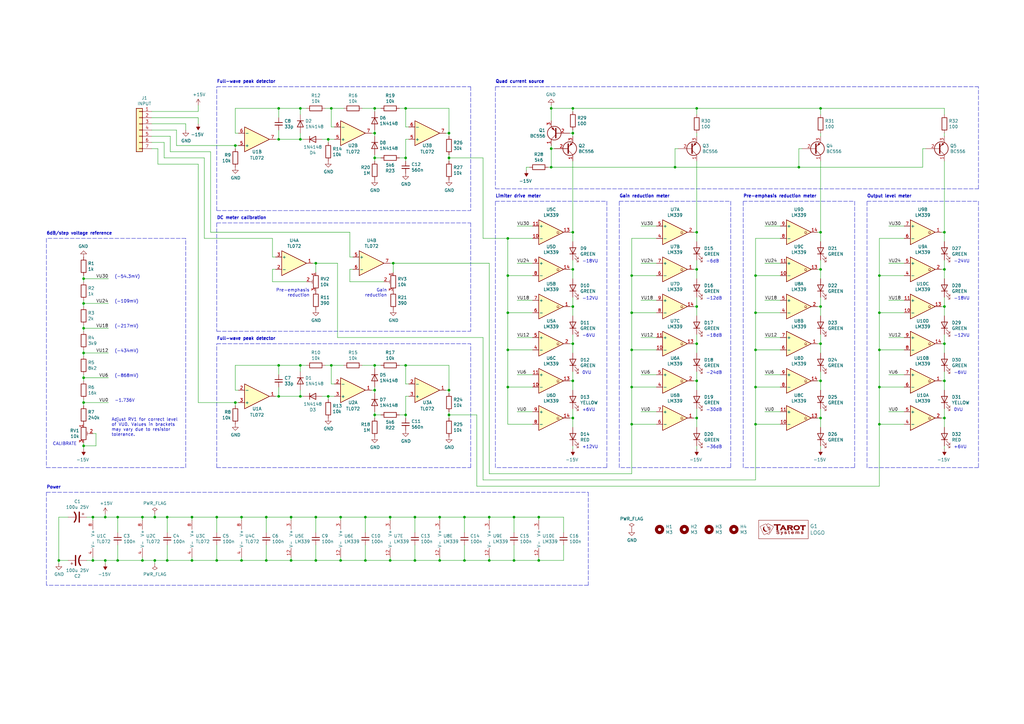
<source format=kicad_sch>
(kicad_sch (version 20211123) (generator eeschema)
  (paper "A3")
  (title_block (title "D4 Damager LED Meter Bridge") (date "2021-01-08") (rev "1") (company "Copyright © 2021 Tarot Systems"))
  (junction (at 88.9 229.87))
  (junction (at 139.7 229.87))
  (junction (at 129.54 229.87))
  (junction (at 336.55 171.45))
  (junction (at 387.35 125.73))
  (junction (at 259.08 173.99))
  (junction (at 63.5 212.09))
  (junction (at 153.67 54.61))
  (junction (at 160.02 212.09))
  (junction (at 259.08 158.75))
  (junction (at 99.06 212.09))
  (junction (at 234.95 125.73))
  (junction (at 259.08 128.27))
  (junction (at 360.68 158.75))
  (junction (at 134.62 162.56))
  (junction (at 226.06 44.45))
  (junction (at 276.86 68.58))
  (junction (at 309.88 173.99))
  (junction (at 336.55 140.97))
  (junction (at 153.67 44.45))
  (junction (at 109.22 229.87))
  (junction (at 153.67 160.02))
  (junction (at 208.28 113.03))
  (junction (at 114.3 149.86))
  (junction (at 285.75 156.21))
  (junction (at 166.37 44.45))
  (junction (at 285.75 140.97))
  (junction (at 208.28 128.27))
  (junction (at 34.29 154.94))
  (junction (at 208.28 158.75))
  (junction (at 153.67 64.77))
  (junction (at 78.74 212.09))
  (junction (at 234.95 171.45))
  (junction (at 149.86 229.87))
  (junction (at 34.29 182.88))
  (junction (at 208.28 97.79))
  (junction (at 234.95 95.25))
  (junction (at 129.54 212.09))
  (junction (at 48.26 212.09))
  (junction (at 160.02 229.87))
  (junction (at 88.9 212.09))
  (junction (at 285.75 125.73))
  (junction (at 114.3 44.45))
  (junction (at 34.29 144.78))
  (junction (at 387.35 156.21))
  (junction (at 119.38 212.09))
  (junction (at 360.68 173.99))
  (junction (at 58.42 212.09))
  (junction (at 166.37 170.18))
  (junction (at 360.68 143.51))
  (junction (at 200.66 212.09))
  (junction (at 166.37 64.77))
  (junction (at 180.34 212.09))
  (junction (at 336.55 95.25))
  (junction (at 208.28 143.51))
  (junction (at 234.95 110.49))
  (junction (at 309.88 113.03))
  (junction (at 38.1 212.09))
  (junction (at 153.67 149.86))
  (junction (at 234.95 44.45))
  (junction (at 184.15 160.02))
  (junction (at 259.08 143.51))
  (junction (at 123.19 149.86))
  (junction (at 336.55 110.49))
  (junction (at 336.55 44.45))
  (junction (at 134.62 57.15))
  (junction (at 180.34 229.87))
  (junction (at 259.08 113.03))
  (junction (at 99.06 229.87))
  (junction (at 184.15 170.18))
  (junction (at 220.98 229.87))
  (junction (at 387.35 95.25))
  (junction (at 360.68 113.03))
  (junction (at 34.29 165.1))
  (junction (at 114.3 162.56))
  (junction (at 170.18 229.87))
  (junction (at 220.98 212.09))
  (junction (at 123.19 162.56))
  (junction (at 68.58 229.87))
  (junction (at 170.18 212.09))
  (junction (at 210.82 212.09))
  (junction (at 309.88 158.75))
  (junction (at 135.89 149.86))
  (junction (at 285.75 171.45))
  (junction (at 226.06 60.96))
  (junction (at 327.66 68.58))
  (junction (at 166.37 149.86))
  (junction (at 234.95 54.61))
  (junction (at 200.66 229.87))
  (junction (at 336.55 125.73))
  (junction (at 226.06 68.58))
  (junction (at 285.75 110.49))
  (junction (at 109.22 212.09))
  (junction (at 43.18 229.87))
  (junction (at 190.5 229.87))
  (junction (at 336.55 156.21))
  (junction (at 210.82 229.87))
  (junction (at 184.15 54.61))
  (junction (at 285.75 95.25))
  (junction (at 139.7 212.09))
  (junction (at 135.89 44.45))
  (junction (at 387.35 171.45))
  (junction (at 309.88 143.51))
  (junction (at 149.86 212.09))
  (junction (at 387.35 140.97))
  (junction (at 34.29 124.46))
  (junction (at 114.3 57.15))
  (junction (at 123.19 57.15))
  (junction (at 38.1 229.87))
  (junction (at 190.5 212.09))
  (junction (at 68.58 212.09))
  (junction (at 34.29 134.62))
  (junction (at 360.68 128.27))
  (junction (at 119.38 229.87))
  (junction (at 96.52 59.69))
  (junction (at 58.42 229.87))
  (junction (at 48.26 229.87))
  (junction (at 234.95 140.97))
  (junction (at 78.74 229.87))
  (junction (at 309.88 128.27))
  (junction (at 234.95 156.21))
  (junction (at 387.35 110.49))
  (junction (at 96.52 165.1))
  (junction (at 161.29 107.95))
  (junction (at 34.29 114.3))
  (junction (at 129.54 107.95))
  (junction (at 184.15 64.77))
  (junction (at 153.67 170.18))
  (junction (at 123.19 44.45))
  (junction (at 285.75 44.45))
  (junction (at 24.13 229.87))
  (junction (at 43.18 212.09))
  (junction (at 63.5 229.87))
  (wire (pts (xy 208.28 113.03) (xy 208.28 128.27)))
  (wire (pts (xy 259.08 97.79) (xy 269.24 97.79)))
  (wire (pts (xy 378.46 68.58) (xy 378.46 60.96)))
  (wire (pts (xy 134.62 57.15) (xy 134.62 58.42)))
  (wire (pts (xy 336.55 140.97) (xy 336.55 144.78)))
  (wire (pts (xy 285.75 167.64) (xy 285.75 171.45)))
  (wire (pts (xy 123.19 44.45) (xy 123.19 46.99)))
  (wire (pts (xy 153.67 161.29) (xy 153.67 160.02)))
  (polyline (pts (xy 88.9 91.44) (xy 193.04 91.44)))
  (wire (pts (xy 64.77 60.96) (xy 64.77 67.31)))
  (polyline (pts (xy 19.05 240.03) (xy 19.05 201.93)))
  (wire (pts (xy 360.68 97.79) (xy 370.84 97.79)))
  (wire (pts (xy 220.98 228.6) (xy 220.98 229.87)))
  (wire (pts (xy 378.46 60.96) (xy 379.73 60.96)))
  (polyline (pts (xy 248.92 82.55) (xy 248.92 191.77)))
  (wire (pts (xy 78.74 212.09) (xy 88.9 212.09)))
  (wire (pts (xy 88.9 212.09) (xy 88.9 218.44)))
  (wire (pts (xy 387.35 137.16) (xy 387.35 140.97)))
  (wire (pts (xy 149.86 212.09) (xy 160.02 212.09)))
  (wire (pts (xy 170.18 218.44) (xy 170.18 212.09)))
  (wire (pts (xy 387.35 167.64) (xy 387.35 171.45)))
  (wire (pts (xy 163.83 64.77) (xy 166.37 64.77)))
  (wire (pts (xy 34.29 163.83) (xy 34.29 165.1)))
  (wire (pts (xy 215.9 68.58) (xy 215.9 69.85)))
  (wire (pts (xy 124.46 162.56) (xy 123.19 162.56)))
  (wire (pts (xy 364.49 153.67) (xy 370.84 153.67)))
  (polyline (pts (xy 203.2 35.56) (xy 203.2 77.47)))
  (wire (pts (xy 58.42 228.6) (xy 58.42 229.87)))
  (polyline (pts (xy 19.05 97.79) (xy 19.05 191.77)))
  (wire (pts (xy 285.75 121.92) (xy 285.75 125.73)))
  (polyline (pts (xy 203.2 77.47) (xy 401.32 77.47)))
  (polyline (pts (xy 203.2 82.55) (xy 248.92 82.55)))
  (wire (pts (xy 139.7 212.09) (xy 149.86 212.09)))
  (wire (pts (xy 234.95 184.15) (xy 234.95 182.88)))
  (wire (pts (xy 336.55 140.97) (xy 335.28 140.97)))
  (wire (pts (xy 195.58 170.18) (xy 184.15 170.18)))
  (wire (pts (xy 218.44 158.75) (xy 208.28 158.75)))
  (wire (pts (xy 234.95 152.4) (xy 234.95 156.21)))
  (wire (pts (xy 278.13 60.96) (xy 276.86 60.96)))
  (wire (pts (xy 285.75 140.97) (xy 285.75 144.78)))
  (wire (pts (xy 34.29 184.15) (xy 34.29 182.88)))
  (wire (pts (xy 34.29 123.19) (xy 34.29 124.46)))
  (wire (pts (xy 166.37 149.86) (xy 184.15 149.86)))
  (polyline (pts (xy 355.6 82.55) (xy 401.32 82.55)))
  (wire (pts (xy 387.35 152.4) (xy 387.35 156.21)))
  (wire (pts (xy 35.56 212.09) (xy 38.1 212.09)))
  (wire (pts (xy 34.29 182.88) (xy 39.37 182.88)))
  (wire (pts (xy 111.76 115.57) (xy 111.76 110.49)))
  (wire (pts (xy 195.58 170.18) (xy 195.58 199.39)))
  (wire (pts (xy 180.34 213.36) (xy 180.34 212.09)))
  (wire (pts (xy 58.42 229.87) (xy 48.26 229.87)))
  (wire (pts (xy 285.75 171.45) (xy 284.48 171.45)))
  (wire (pts (xy 336.55 156.21) (xy 336.55 160.02)))
  (wire (pts (xy 62.23 55.88) (xy 69.85 55.88)))
  (wire (pts (xy 364.49 92.71) (xy 370.84 92.71)))
  (wire (pts (xy 259.08 113.03) (xy 259.08 128.27)))
  (wire (pts (xy 153.67 158.75) (xy 153.67 160.02)))
  (wire (pts (xy 72.39 59.69) (xy 96.52 59.69)))
  (wire (pts (xy 276.86 68.58) (xy 226.06 68.58)))
  (wire (pts (xy 34.29 143.51) (xy 34.29 144.78)))
  (wire (pts (xy 109.22 223.52) (xy 109.22 229.87)))
  (wire (pts (xy 269.24 113.03) (xy 259.08 113.03)))
  (polyline (pts (xy 88.9 86.36) (xy 88.9 35.56)))
  (wire (pts (xy 68.58 229.87) (xy 63.5 229.87)))
  (wire (pts (xy 99.06 228.6) (xy 99.06 229.87)))
  (wire (pts (xy 309.88 158.75) (xy 309.88 173.99)))
  (wire (pts (xy 128.27 107.95) (xy 129.54 107.95)))
  (wire (pts (xy 387.35 156.21) (xy 387.35 160.02)))
  (wire (pts (xy 184.15 64.77) (xy 184.15 66.04)))
  (wire (pts (xy 160.02 107.95) (xy 161.29 107.95)))
  (polyline (pts (xy 19.05 201.93) (xy 241.3 201.93)))
  (wire (pts (xy 161.29 107.95) (xy 200.66 107.95)))
  (wire (pts (xy 285.75 110.49) (xy 285.75 114.3)))
  (wire (pts (xy 34.29 153.67) (xy 34.29 154.94)))
  (wire (pts (xy 139.7 229.87) (xy 149.86 229.87)))
  (wire (pts (xy 138.43 138.43) (xy 198.12 138.43)))
  (polyline (pts (xy 193.04 91.44) (xy 193.04 135.89)))
  (wire (pts (xy 58.42 212.09) (xy 63.5 212.09)))
  (wire (pts (xy 234.95 110.49) (xy 234.95 114.3)))
  (wire (pts (xy 360.68 97.79) (xy 360.68 113.03)))
  (wire (pts (xy 134.62 162.56) (xy 134.62 163.83)))
  (wire (pts (xy 259.08 173.99) (xy 269.24 173.99)))
  (wire (pts (xy 34.29 181.61) (xy 34.29 182.88)))
  (wire (pts (xy 234.95 156.21) (xy 234.95 160.02)))
  (wire (pts (xy 144.78 105.41) (xy 143.51 105.41)))
  (wire (pts (xy 48.26 212.09) (xy 58.42 212.09)))
  (wire (pts (xy 336.55 125.73) (xy 336.55 129.54)))
  (wire (pts (xy 336.55 184.15) (xy 336.55 182.88)))
  (wire (pts (xy 335.28 125.73) (xy 336.55 125.73)))
  (polyline (pts (xy 76.2 97.79) (xy 19.05 97.79)))
  (wire (pts (xy 370.84 128.27) (xy 360.68 128.27)))
  (wire (pts (xy 48.26 229.87) (xy 43.18 229.87)))
  (wire (pts (xy 336.55 167.64) (xy 336.55 171.45)))
  (wire (pts (xy 27.94 212.09) (xy 24.13 212.09)))
  (wire (pts (xy 224.79 68.58) (xy 226.06 68.58)))
  (wire (pts (xy 153.67 160.02) (xy 152.4 160.02)))
  (wire (pts (xy 370.84 113.03) (xy 360.68 113.03)))
  (wire (pts (xy 370.84 158.75) (xy 360.68 158.75)))
  (wire (pts (xy 96.52 54.61) (xy 97.79 54.61)))
  (wire (pts (xy 67.31 58.42) (xy 67.31 64.77)))
  (wire (pts (xy 78.74 229.87) (xy 88.9 229.87)))
  (wire (pts (xy 180.34 228.6) (xy 180.34 229.87)))
  (wire (pts (xy 269.24 168.91) (xy 262.89 168.91)))
  (wire (pts (xy 43.18 210.82) (xy 43.18 212.09)))
  (wire (pts (xy 125.73 115.57) (xy 111.76 115.57)))
  (wire (pts (xy 285.75 175.26) (xy 285.75 171.45)))
  (wire (pts (xy 153.67 44.45) (xy 153.67 45.72)))
  (wire (pts (xy 218.44 143.51) (xy 208.28 143.51)))
  (wire (pts (xy 62.23 60.96) (xy 64.77 60.96)))
  (wire (pts (xy 129.54 107.95) (xy 138.43 107.95)))
  (wire (pts (xy 285.75 44.45) (xy 336.55 44.45)))
  (wire (pts (xy 119.38 229.87) (xy 129.54 229.87)))
  (wire (pts (xy 76.2 50.8) (xy 62.23 50.8)))
  (wire (pts (xy 166.37 171.45) (xy 166.37 170.18)))
  (wire (pts (xy 163.83 170.18) (xy 166.37 170.18)))
  (wire (pts (xy 360.68 113.03) (xy 360.68 128.27)))
  (wire (pts (xy 63.5 212.09) (xy 68.58 212.09)))
  (wire (pts (xy 96.52 165.1) (xy 96.52 166.37)))
  (wire (pts (xy 129.54 107.95) (xy 129.54 111.76)))
  (wire (pts (xy 184.15 161.29) (xy 184.15 160.02)))
  (wire (pts (xy 123.19 149.86) (xy 114.3 149.86)))
  (wire (pts (xy 309.88 173.99) (xy 320.04 173.99)))
  (wire (pts (xy 262.89 92.71) (xy 269.24 92.71)))
  (wire (pts (xy 125.73 44.45) (xy 123.19 44.45)))
  (wire (pts (xy 166.37 57.15) (xy 166.37 64.77)))
  (polyline (pts (xy 241.3 201.93) (xy 241.3 240.03)))
  (wire (pts (xy 143.51 110.49) (xy 144.78 110.49)))
  (wire (pts (xy 34.29 165.1) (xy 34.29 166.37)))
  (polyline (pts (xy 88.9 191.77) (xy 88.9 140.97)))
  (wire (pts (xy 109.22 212.09) (xy 119.38 212.09)))
  (wire (pts (xy 113.03 105.41) (xy 111.76 105.41)))
  (wire (pts (xy 200.66 229.87) (xy 210.82 229.87)))
  (wire (pts (xy 86.36 62.23) (xy 86.36 95.25)))
  (wire (pts (xy 190.5 212.09) (xy 200.66 212.09)))
  (wire (pts (xy 38.1 229.87) (xy 38.1 228.6)))
  (wire (pts (xy 114.3 149.86) (xy 96.52 149.86)))
  (wire (pts (xy 226.06 59.69) (xy 226.06 60.96)))
  (wire (pts (xy 160.02 228.6) (xy 160.02 229.87)))
  (wire (pts (xy 139.7 228.6) (xy 139.7 229.87)))
  (wire (pts (xy 34.29 114.3) (xy 34.29 115.57)))
  (wire (pts (xy 233.68 125.73) (xy 234.95 125.73)))
  (wire (pts (xy 336.55 55.88) (xy 336.55 54.61)))
  (wire (pts (xy 234.95 55.88) (xy 234.95 54.61)))
  (wire (pts (xy 135.89 149.86) (xy 135.89 157.48)))
  (wire (pts (xy 68.58 212.09) (xy 68.58 218.44)))
  (wire (pts (xy 234.95 175.26) (xy 234.95 171.45)))
  (wire (pts (xy 208.28 128.27) (xy 208.28 143.51)))
  (wire (pts (xy 285.75 140.97) (xy 284.48 140.97)))
  (wire (pts (xy 335.28 156.21) (xy 336.55 156.21)))
  (wire (pts (xy 34.29 144.78) (xy 34.29 146.05)))
  (wire (pts (xy 111.76 105.41) (xy 111.76 97.79)))
  (wire (pts (xy 259.08 143.51) (xy 259.08 158.75)))
  (wire (pts (xy 200.66 213.36) (xy 200.66 212.09)))
  (wire (pts (xy 234.95 140.97) (xy 234.95 144.78)))
  (polyline (pts (xy 304.8 82.55) (xy 350.52 82.55)))
  (wire (pts (xy 166.37 162.56) (xy 166.37 170.18)))
  (wire (pts (xy 114.3 44.45) (xy 96.52 44.45)))
  (wire (pts (xy 285.75 125.73) (xy 285.75 129.54)))
  (wire (pts (xy 153.67 64.77) (xy 153.67 66.04)))
  (wire (pts (xy 69.85 55.88) (xy 69.85 62.23)))
  (wire (pts (xy 285.75 110.49) (xy 284.48 110.49)))
  (wire (pts (xy 69.85 62.23) (xy 86.36 62.23)))
  (wire (pts (xy 99.06 213.36) (xy 99.06 212.09)))
  (wire (pts (xy 133.35 149.86) (xy 135.89 149.86)))
  (wire (pts (xy 387.35 125.73) (xy 387.35 129.54)))
  (wire (pts (xy 96.52 59.69) (xy 96.52 60.96)))
  (wire (pts (xy 370.84 168.91) (xy 364.49 168.91)))
  (wire (pts (xy 149.86 229.87) (xy 160.02 229.87)))
  (polyline (pts (xy 401.32 77.47) (xy 401.32 35.56)))
  (wire (pts (xy 132.08 57.15) (xy 134.62 57.15)))
  (wire (pts (xy 34.29 165.1) (xy 44.45 165.1)))
  (polyline (pts (xy 350.52 82.55) (xy 350.52 191.77)))
  (wire (pts (xy 38.1 212.09) (xy 43.18 212.09)))
  (wire (pts (xy 149.86 223.52) (xy 149.86 229.87)))
  (wire (pts (xy 113.03 57.15) (xy 114.3 57.15)))
  (wire (pts (xy 234.95 54.61) (xy 234.95 53.34)))
  (wire (pts (xy 166.37 52.07) (xy 166.37 44.45)))
  (wire (pts (xy 387.35 110.49) (xy 386.08 110.49)))
  (wire (pts (xy 163.83 44.45) (xy 166.37 44.45)))
  (wire (pts (xy 114.3 162.56) (xy 123.19 162.56)))
  (wire (pts (xy 218.44 138.43) (xy 212.09 138.43)))
  (wire (pts (xy 328.93 60.96) (xy 327.66 60.96)))
  (wire (pts (xy 137.16 157.48) (xy 135.89 157.48)))
  (wire (pts (xy 149.86 218.44) (xy 149.86 212.09)))
  (wire (pts (xy 135.89 149.86) (xy 140.97 149.86)))
  (wire (pts (xy 259.08 158.75) (xy 259.08 173.99)))
  (wire (pts (xy 135.89 44.45) (xy 135.89 52.07)))
  (wire (pts (xy 184.15 63.5) (xy 184.15 64.77)))
  (wire (pts (xy 217.17 68.58) (xy 215.9 68.58)))
  (polyline (pts (xy 304.8 191.77) (xy 304.8 82.55)))
  (wire (pts (xy 163.83 149.86) (xy 166.37 149.86)))
  (wire (pts (xy 360.68 128.27) (xy 360.68 143.51)))
  (wire (pts (xy 137.16 162.56) (xy 134.62 162.56)))
  (wire (pts (xy 364.49 123.19) (xy 370.84 123.19)))
  (wire (pts (xy 157.48 115.57) (xy 143.51 115.57)))
  (wire (pts (xy 148.59 44.45) (xy 153.67 44.45)))
  (wire (pts (xy 24.13 229.87) (xy 27.94 229.87)))
  (wire (pts (xy 370.84 107.95) (xy 364.49 107.95)))
  (polyline (pts (xy 401.32 191.77) (xy 355.6 191.77)))
  (wire (pts (xy 166.37 44.45) (xy 184.15 44.45)))
  (polyline (pts (xy 88.9 86.36) (xy 193.04 86.36)))
  (wire (pts (xy 184.15 54.61) (xy 182.88 54.61)))
  (wire (pts (xy 34.29 144.78) (xy 44.45 144.78)))
  (wire (pts (xy 320.04 128.27) (xy 309.88 128.27)))
  (wire (pts (xy 43.18 229.87) (xy 38.1 229.87)))
  (wire (pts (xy 285.75 54.61) (xy 285.75 55.88)))
  (wire (pts (xy 234.95 140.97) (xy 233.68 140.97)))
  (wire (pts (xy 153.67 170.18) (xy 153.67 168.91)))
  (wire (pts (xy 72.39 53.34) (xy 72.39 59.69)))
  (wire (pts (xy 34.29 134.62) (xy 34.29 135.89)))
  (wire (pts (xy 336.55 46.99) (xy 336.55 44.45)))
  (wire (pts (xy 198.12 97.79) (xy 208.28 97.79)))
  (wire (pts (xy 139.7 213.36) (xy 139.7 212.09)))
  (polyline (pts (xy 350.52 191.77) (xy 304.8 191.77)))
  (wire (pts (xy 58.42 213.36) (xy 58.42 212.09)))
  (wire (pts (xy 336.55 110.49) (xy 336.55 114.3)))
  (wire (pts (xy 24.13 212.09) (xy 24.13 229.87)))
  (wire (pts (xy 143.51 105.41) (xy 143.51 95.25)))
  (wire (pts (xy 285.75 95.25) (xy 285.75 99.06)))
  (wire (pts (xy 153.67 44.45) (xy 156.21 44.45)))
  (wire (pts (xy 269.24 158.75) (xy 259.08 158.75)))
  (wire (pts (xy 195.58 199.39) (xy 360.68 199.39)))
  (wire (pts (xy 234.95 171.45) (xy 233.68 171.45)))
  (wire (pts (xy 99.06 212.09) (xy 109.22 212.09)))
  (wire (pts (xy 320.04 107.95) (xy 313.69 107.95)))
  (wire (pts (xy 67.31 64.77) (xy 83.82 64.77)))
  (wire (pts (xy 119.38 212.09) (xy 129.54 212.09)))
  (wire (pts (xy 218.44 168.91) (xy 212.09 168.91)))
  (wire (pts (xy 226.06 44.45) (xy 226.06 49.53)))
  (wire (pts (xy 97.79 59.69) (xy 96.52 59.69)))
  (wire (pts (xy 208.28 97.79) (xy 218.44 97.79)))
  (wire (pts (xy 360.68 143.51) (xy 360.68 158.75)))
  (wire (pts (xy 88.9 212.09) (xy 99.06 212.09)))
  (wire (pts (xy 114.3 53.34) (xy 114.3 57.15)))
  (wire (pts (xy 81.28 67.31) (xy 81.28 165.1)))
  (wire (pts (xy 63.5 231.14) (xy 63.5 229.87)))
  (wire (pts (xy 259.08 128.27) (xy 259.08 143.51)))
  (wire (pts (xy 234.95 137.16) (xy 234.95 140.97)))
  (wire (pts (xy 153.67 63.5) (xy 153.67 64.77)))
  (polyline (pts (xy 88.9 91.44) (xy 88.9 135.89)))
  (wire (pts (xy 34.29 124.46) (xy 34.29 125.73)))
  (polyline (pts (xy 299.72 191.77) (xy 254 191.77)))
  (wire (pts (xy 387.35 171.45) (xy 386.08 171.45)))
  (wire (pts (xy 68.58 212.09) (xy 78.74 212.09)))
  (wire (pts (xy 309.88 97.79) (xy 320.04 97.79)))
  (wire (pts (xy 320.04 158.75) (xy 309.88 158.75)))
  (wire (pts (xy 34.29 124.46) (xy 44.45 124.46)))
  (polyline (pts (xy 193.04 35.56) (xy 193.04 86.36)))
  (polyline (pts (xy 299.72 82.55) (xy 299.72 191.77)))
  (wire (pts (xy 81.28 48.26) (xy 62.23 48.26)))
  (wire (pts (xy 113.03 162.56) (xy 114.3 162.56)))
  (wire (pts (xy 387.35 140.97) (xy 386.08 140.97)))
  (wire (pts (xy 226.06 60.96) (xy 226.06 68.58)))
  (wire (pts (xy 34.29 113.03) (xy 34.29 114.3)))
  (wire (pts (xy 129.54 223.52) (xy 129.54 229.87)))
  (wire (pts (xy 386.08 95.25) (xy 387.35 95.25)))
  (wire (pts (xy 190.5 218.44) (xy 190.5 212.09)))
  (wire (pts (xy 360.68 173.99) (xy 370.84 173.99)))
  (wire (pts (xy 234.95 106.68) (xy 234.95 110.49)))
  (wire (pts (xy 78.74 229.87) (xy 78.74 228.6)))
  (wire (pts (xy 336.55 171.45) (xy 335.28 171.45)))
  (polyline (pts (xy 19.05 191.77) (xy 76.2 191.77)))
  (wire (pts (xy 160.02 213.36) (xy 160.02 212.09)))
  (wire (pts (xy 81.28 43.18) (xy 81.28 45.72)))
  (wire (pts (xy 309.88 196.85) (xy 309.88 173.99)))
  (wire (pts (xy 313.69 123.19) (xy 320.04 123.19)))
  (wire (pts (xy 153.67 171.45) (xy 153.67 170.18)))
  (wire (pts (xy 336.55 137.16) (xy 336.55 140.97)))
  (wire (pts (xy 166.37 157.48) (xy 166.37 149.86)))
  (wire (pts (xy 218.44 113.03) (xy 208.28 113.03)))
  (wire (pts (xy 88.9 229.87) (xy 99.06 229.87)))
  (wire (pts (xy 387.35 175.26) (xy 387.35 171.45)))
  (wire (pts (xy 123.19 44.45) (xy 114.3 44.45)))
  (polyline (pts (xy 254 191.77) (xy 254 82.55)))
  (wire (pts (xy 208.28 173.99) (xy 218.44 173.99)))
  (wire (pts (xy 210.82 212.09) (xy 220.98 212.09)))
  (wire (pts (xy 387.35 44.45) (xy 387.35 46.99)))
  (wire (pts (xy 387.35 140.97) (xy 387.35 144.78)))
  (wire (pts (xy 234.95 110.49) (xy 233.68 110.49)))
  (wire (pts (xy 262.89 123.19) (xy 269.24 123.19)))
  (polyline (pts (xy 248.92 191.77) (xy 203.2 191.77)))
  (wire (pts (xy 62.23 58.42) (xy 67.31 58.42)))
  (wire (pts (xy 285.75 106.68) (xy 285.75 110.49)))
  (wire (pts (xy 218.44 107.95) (xy 212.09 107.95)))
  (wire (pts (xy 320.04 143.51) (xy 309.88 143.51)))
  (wire (pts (xy 285.75 137.16) (xy 285.75 140.97)))
  (wire (pts (xy 153.67 149.86) (xy 156.21 149.86)))
  (wire (pts (xy 64.77 67.31) (xy 81.28 67.31)))
  (wire (pts (xy 269.24 138.43) (xy 262.89 138.43)))
  (wire (pts (xy 39.37 182.88) (xy 39.37 177.8)))
  (wire (pts (xy 123.19 160.02) (xy 123.19 162.56)))
  (wire (pts (xy 48.26 218.44) (xy 48.26 212.09)))
  (wire (pts (xy 133.35 44.45) (xy 135.89 44.45)))
  (wire (pts (xy 114.3 158.75) (xy 114.3 162.56)))
  (wire (pts (xy 285.75 95.25) (xy 285.75 66.04)))
  (wire (pts (xy 86.36 95.25) (xy 143.51 95.25)))
  (wire (pts (xy 210.82 229.87) (xy 220.98 229.87)))
  (polyline (pts (xy 88.9 35.56) (xy 193.04 35.56)))
  (wire (pts (xy 34.29 154.94) (xy 34.29 156.21)))
  (wire (pts (xy 190.5 223.52) (xy 190.5 229.87)))
  (wire (pts (xy 320.04 138.43) (xy 313.69 138.43)))
  (wire (pts (xy 44.45 114.3) (xy 34.29 114.3)))
  (wire (pts (xy 313.69 92.71) (xy 320.04 92.71)))
  (wire (pts (xy 360.68 199.39) (xy 360.68 173.99)))
  (wire (pts (xy 386.08 125.73) (xy 387.35 125.73)))
  (wire (pts (xy 34.29 133.35) (xy 34.29 134.62)))
  (wire (pts (xy 184.15 44.45) (xy 184.15 54.61)))
  (wire (pts (xy 184.15 170.18) (xy 184.15 171.45)))
  (wire (pts (xy 184.15 64.77) (xy 198.12 64.77)))
  (wire (pts (xy 208.28 158.75) (xy 208.28 173.99)))
  (wire (pts (xy 336.55 44.45) (xy 387.35 44.45)))
  (polyline (pts (xy 193.04 191.77) (xy 193.04 140.97)))
  (wire (pts (xy 156.21 170.18) (xy 153.67 170.18)))
  (wire (pts (xy 309.88 143.51) (xy 309.88 158.75)))
  (wire (pts (xy 233.68 95.25) (xy 234.95 95.25)))
  (wire (pts (xy 123.19 149.86) (xy 123.19 152.4)))
  (wire (pts (xy 387.35 184.15) (xy 387.35 182.88)))
  (wire (pts (xy 387.35 106.68) (xy 387.35 110.49)))
  (wire (pts (xy 200.66 228.6) (xy 200.66 229.87)))
  (wire (pts (xy 285.75 156.21) (xy 285.75 160.02)))
  (wire (pts (xy 184.15 149.86) (xy 184.15 160.02)))
  (wire (pts (xy 220.98 229.87) (xy 231.14 229.87)))
  (wire (pts (xy 200.66 212.09) (xy 210.82 212.09)))
  (wire (pts (xy 320.04 168.91) (xy 313.69 168.91)))
  (wire (pts (xy 88.9 223.52) (xy 88.9 229.87)))
  (wire (pts (xy 129.54 218.44) (xy 129.54 212.09)))
  (wire (pts (xy 68.58 229.87) (xy 78.74 229.87)))
  (wire (pts (xy 153.67 149.86) (xy 153.67 151.13)))
  (polyline (pts (xy 203.2 35.56) (xy 401.32 35.56)))
  (wire (pts (xy 166.37 57.15) (xy 167.64 57.15)))
  (wire (pts (xy 153.67 53.34) (xy 153.67 54.61)))
  (wire (pts (xy 62.23 53.34) (xy 72.39 53.34)))
  (wire (pts (xy 180.34 212.09) (xy 190.5 212.09)))
  (wire (pts (xy 63.5 210.82) (xy 63.5 212.09)))
  (wire (pts (xy 83.82 97.79) (xy 111.76 97.79)))
  (wire (pts (xy 387.35 121.92) (xy 387.35 125.73)))
  (wire (pts (xy 63.5 229.87) (xy 58.42 229.87)))
  (wire (pts (xy 135.89 44.45) (xy 140.97 44.45)))
  (wire (pts (xy 166.37 64.77) (xy 166.37 66.04)))
  (polyline (pts (xy 254 82.55) (xy 299.72 82.55)))
  (wire (pts (xy 111.76 110.49) (xy 113.03 110.49)))
  (wire (pts (xy 35.56 229.87) (xy 38.1 229.87)))
  (wire (pts (xy 309.88 128.27) (xy 309.88 143.51)))
  (wire (pts (xy 234.95 121.92) (xy 234.95 125.73)))
  (wire (pts (xy 309.88 97.79) (xy 309.88 113.03)))
  (wire (pts (xy 97.79 165.1) (xy 96.52 165.1)))
  (wire (pts (xy 336.55 95.25) (xy 336.55 99.06)))
  (wire (pts (xy 114.3 57.15) (xy 123.19 57.15)))
  (wire (pts (xy 198.12 138.43) (xy 198.12 196.85)))
  (wire (pts (xy 161.29 107.95) (xy 161.29 111.76)))
  (wire (pts (xy 96.52 149.86) (xy 96.52 160.02)))
  (wire (pts (xy 190.5 229.87) (xy 200.66 229.87)))
  (wire (pts (xy 170.18 229.87) (xy 180.34 229.87)))
  (wire (pts (xy 44.45 154.94) (xy 34.29 154.94)))
  (wire (pts (xy 184.15 160.02) (xy 182.88 160.02)))
  (polyline (pts (xy 203.2 191.77) (xy 203.2 82.55)))
  (wire (pts (xy 387.35 66.04) (xy 387.35 95.25)))
  (wire (pts (xy 132.08 162.56) (xy 134.62 162.56)))
  (wire (pts (xy 78.74 213.36) (xy 78.74 212.09)))
  (wire (pts (xy 99.06 229.87) (xy 109.22 229.87)))
  (wire (pts (xy 96.52 44.45) (xy 96.52 54.61)))
  (wire (pts (xy 153.67 54.61) (xy 152.4 54.61)))
  (wire (pts (xy 320.04 113.03) (xy 309.88 113.03)))
  (wire (pts (xy 160.02 212.09) (xy 170.18 212.09)))
  (wire (pts (xy 234.95 45.72) (xy 234.95 44.45)))
  (wire (pts (xy 336.55 152.4) (xy 336.55 156.21)))
  (wire (pts (xy 231.14 212.09) (xy 231.14 218.44)))
  (wire (pts (xy 96.52 160.02) (xy 97.79 160.02)))
  (wire (pts (xy 81.28 165.1) (xy 96.52 165.1)))
  (wire (pts (xy 226.06 44.45) (xy 226.06 43.18)))
  (wire (pts (xy 269.24 107.95) (xy 262.89 107.95)))
  (polyline (pts (xy 88.9 191.77) (xy 193.04 191.77)))
  (wire (pts (xy 284.48 125.73) (xy 285.75 125.73)))
  (wire (pts (xy 138.43 107.95) (xy 138.43 138.43)))
  (wire (pts (xy 198.12 196.85) (xy 309.88 196.85)))
  (wire (pts (xy 43.18 231.14) (xy 43.18 229.87)))
  (wire (pts (xy 184.15 55.88) (xy 184.15 54.61)))
  (wire (pts (xy 284.48 95.25) (xy 285.75 95.25)))
  (wire (pts (xy 386.08 156.21) (xy 387.35 156.21)))
  (wire (pts (xy 208.28 143.51) (xy 208.28 158.75)))
  (wire (pts (xy 285.75 184.15) (xy 285.75 182.88)))
  (wire (pts (xy 370.84 143.51) (xy 360.68 143.51)))
  (wire (pts (xy 313.69 153.67) (xy 320.04 153.67)))
  (wire (pts (xy 148.59 149.86) (xy 153.67 149.86)))
  (wire (pts (xy 269.24 128.27) (xy 259.08 128.27)))
  (wire (pts (xy 39.37 177.8) (xy 38.1 177.8)))
  (polyline (pts (xy 88.9 140.97) (xy 193.04 140.97)))
  (wire (pts (xy 114.3 149.86) (xy 114.3 153.67)))
  (wire (pts (xy 336.55 175.26) (xy 336.55 171.45)))
  (wire (pts (xy 200.66 107.95) (xy 200.66 194.31)))
  (wire (pts (xy 119.38 213.36) (xy 119.38 212.09)))
  (wire (pts (xy 170.18 223.52) (xy 170.18 229.87)))
  (wire (pts (xy 137.16 52.07) (xy 135.89 52.07)))
  (wire (pts (xy 218.44 128.27) (xy 208.28 128.27)))
  (wire (pts (xy 335.28 95.25) (xy 336.55 95.25)))
  (wire (pts (xy 360.68 158.75) (xy 360.68 173.99)))
  (wire (pts (xy 143.51 115.57) (xy 143.51 110.49)))
  (wire (pts (xy 233.68 156.21) (xy 234.95 156.21)))
  (wire (pts (xy 370.84 138.43) (xy 364.49 138.43)))
  (wire (pts (xy 234.95 95.25) (xy 234.95 66.04)))
  (wire (pts (xy 309.88 113.03) (xy 309.88 128.27)))
  (wire (pts (xy 153.67 64.77) (xy 156.21 64.77)))
  (wire (pts (xy 125.73 149.86) (xy 123.19 149.86)))
  (wire (pts (xy 124.46 57.15) (xy 123.19 57.15)))
  (wire (pts (xy 81.28 50.8) (xy 81.28 48.26)))
  (wire (pts (xy 234.95 54.61) (xy 233.68 54.61)))
  (wire (pts (xy 184.15 168.91) (xy 184.15 170.18)))
  (wire (pts (xy 198.12 64.77) (xy 198.12 97.79)))
  (wire (pts (xy 212.09 153.67) (xy 218.44 153.67)))
  (wire (pts (xy 48.26 223.52) (xy 48.26 229.87)))
  (wire (pts (xy 285.75 152.4) (xy 285.75 156.21)))
  (wire (pts (xy 212.09 123.19) (xy 218.44 123.19)))
  (wire (pts (xy 262.89 153.67) (xy 269.24 153.67)))
  (wire (pts (xy 170.18 212.09) (xy 180.34 212.09)))
  (wire (pts (xy 44.45 134.62) (xy 34.29 134.62)))
  (wire (pts (xy 76.2 53.34) (xy 76.2 50.8)))
  (wire (pts (xy 387.35 54.61) (xy 387.35 55.88)))
  (wire (pts (xy 378.46 68.58) (xy 327.66 68.58)))
  (wire (pts (xy 220.98 213.36) (xy 220.98 212.09)))
  (wire (pts (xy 327.66 68.58) (xy 276.86 68.58)))
  (wire (pts (xy 234.95 125.73) (xy 234.95 129.54)))
  (wire (pts (xy 259.08 194.31) (xy 259.08 173.99)))
  (wire (pts (xy 180.34 229.87) (xy 190.5 229.87)))
  (wire (pts (xy 336.55 121.92) (xy 336.55 125.73)))
  (polyline (pts (xy 355.6 191.77) (xy 355.6 82.55)))
  (polyline (pts (xy 76.2 191.77) (xy 76.2 97.79)))
  (wire (pts (xy 212.09 92.71) (xy 218.44 92.71)))
  (wire (pts (xy 81.28 45.72) (xy 62.23 45.72)))
  (polyline (pts (xy 401.32 82.55) (xy 401.32 191.77)))
  (wire (pts (xy 137.16 57.15) (xy 134.62 57.15)))
  (wire (pts (xy 24.13 229.87) (xy 24.13 231.14)))
  (wire (pts (xy 208.28 97.79) (xy 208.28 113.03)))
  (wire (pts (xy 259.08 97.79) (xy 259.08 113.03)))
  (wire (pts (xy 109.22 218.44) (xy 109.22 212.09)))
  (wire (pts (xy 231.14 223.52) (xy 231.14 229.87)))
  (polyline (pts (xy 241.3 240.03) (xy 19.05 240.03)))
  (wire (pts (xy 387.35 110.49) (xy 387.35 114.3)))
  (wire (pts (xy 210.82 218.44) (xy 210.82 212.09)))
  (wire (pts (xy 234.95 44.45) (xy 226.06 44.45)))
  (wire (pts (xy 234.95 167.64) (xy 234.95 171.45)))
  (wire (pts (xy 336.55 106.68) (xy 336.55 110.49)))
  (wire (pts (xy 336.55 66.04) (xy 336.55 95.25)))
  (wire (pts (xy 83.82 64.77) (xy 83.82 97.79)))
  (polyline (pts (xy 88.9 135.89) (xy 193.04 135.89)))
  (wire (pts (xy 153.67 55.88) (xy 153.67 54.61)))
  (wire (pts (xy 167.64 157.48) (xy 166.37 157.48)))
  (wire (pts (xy 160.02 229.87) (xy 170.18 229.87)))
  (wire (pts (xy 234.95 44.45) (xy 285.75 44.45)))
  (wire (pts (xy 119.38 228.6) (xy 119.38 229.87)))
  (wire (pts (xy 129.54 229.87) (xy 139.7 229.87)))
  (wire (pts (xy 284.48 156.21) (xy 285.75 156.21)))
  (wire (pts (xy 227.33 60.96) (xy 226.06 60.96)))
  (wire (pts (xy 234.95 95.25) (xy 234.95 99.06)))
  (wire (pts (xy 38.1 213.36) (xy 38.1 212.09)))
  (wire (pts (xy 336.55 110.49) (xy 335.28 110.49)))
  (wire (pts (xy 200.66 194.31) (xy 259.08 194.31)))
  (wire (pts (xy 166.37 162.56) (xy 167.64 162.56)))
  (wire (pts (xy 285.75 46.99) (xy 285.75 44.45)))
  (wire (pts (xy 387.35 95.25) (xy 387.35 99.06)))
  (wire (pts (xy 129.54 212.09) (xy 139.7 212.09)))
  (wire (pts (xy 123.19 54.61) (xy 123.19 57.15)))
  (wire (pts (xy 68.58 223.52) (xy 68.58 229.87)))
  (wire (pts (xy 327.66 60.96) (xy 327.66 68.58)))
  (wire (pts (xy 269.24 143.51) (xy 259.08 143.51)))
  (wire (pts (xy 43.18 212.09) (xy 48.26 212.09)))
  (wire (pts (xy 276.86 60.96) (xy 276.86 68.58)))
  (wire (pts (xy 220.98 212.09) (xy 231.14 212.09)))
  (wire (pts (xy 167.64 52.07) (xy 166.37 52.07)))
  (wire (pts (xy 114.3 44.45) (xy 114.3 48.26)))
  (wire (pts (xy 210.82 223.52) (xy 210.82 229.87)))
  (wire (pts (xy 109.22 229.87) (xy 119.38 229.87)))
  (text "-6VU" (at 391.16 153.67 0) (effects (font (size 1.27 1.27)) (justify left bottom)))
  (text "Limiter drive meter" (at 203.2 81.28 0) (effects (font (size 1.27 1.27) (thickness 0.254) bold) (justify left bottom)))
  (text "Power" (at 19.05 200.66 0) (effects (font (size 1.27 1.27) (thickness 0.254) bold) (justify left bottom)))
  (text "DC meter calibration" (at 88.9 90.17 0) (effects (font (size 1.27 1.27) (thickness 0.254) bold) (justify left bottom)))
  (text "0VU" (at 238.76 153.67 0) (effects (font (size 1.27 1.27)) (justify left bottom)))
  (text "6dB/step voltage reference" (at 19.05 96.52 0) (effects (font (size 1.27 1.27) (thickness 0.254) bold) (justify left bottom)))
  (text "Pre-emphasis reduction meter" (at 304.8 81.28 0) (effects (font (size 1.27 1.27) (thickness 0.254) bold) (justify left bottom)))
  (text "+12VU" (at 238.76 184.15 0) (effects (font (size 1.27 1.27)) (justify left bottom)))
  (text "-18VU" (at 238.76 107.95 0) (effects (font (size 1.27 1.27)) (justify left bottom)))
  (text "Full-wave peak detector" (at 88.9 139.7 0) (effects (font (size 1.27 1.27) (thickness 0.254) bold) (justify left bottom)))
  (text "-6dB" (at 289.56 107.95 0) (effects (font (size 1.27 1.27)) (justify left bottom)))
  (text "-1.736V" (at 46.99 165.1 0) (effects (font (size 1.27 1.27)) (justify left bottom)))
  (text "Gain\nreduction" (at 158.75 121.92 180) (effects (font (size 1.27 1.27)) (justify right bottom)))
  (text "-18VU" (at 391.16 123.19 0) (effects (font (size 1.27 1.27)) (justify left bottom)))
  (text "(-868mV)" (at 46.99 154.94 0) (effects (font (size 1.27 1.27)) (justify left bottom)))
  (text "Pre-emphasis\nreduction" (at 127 121.92 180) (effects (font (size 1.27 1.27)) (justify right bottom)))
  (text "-30dB" (at 289.56 168.91 0) (effects (font (size 1.27 1.27)) (justify left bottom)))
  (text "-6VU" (at 238.76 138.43 0) (effects (font (size 1.27 1.27)) (justify left bottom)))
  (text "Gain reduction meter" (at 254 81.28 0) (effects (font (size 1.27 1.27) (thickness 0.254) bold) (justify left bottom)))
  (text "+6VU" (at 238.76 168.91 0) (effects (font (size 1.27 1.27)) (justify left bottom)))
  (text "(-109mV)" (at 46.99 124.46 0) (effects (font (size 1.27 1.27)) (justify left bottom)))
  (text "Full-wave peak detector" (at 88.9 34.29 0) (effects (font (size 1.27 1.27) (thickness 0.254) bold) (justify left bottom)))
  (text "Quad current source" (at 203.2 34.29 0) (effects (font (size 1.27 1.27) (thickness 0.254) bold) (justify left bottom)))
  (text "-12VU" (at 238.76 123.19 0) (effects (font (size 1.27 1.27)) (justify left bottom)))
  (text "-36dB" (at 289.56 184.15 0) (effects (font (size 1.27 1.27)) (justify left bottom)))
  (text "(-217mV)" (at 46.99 134.62 0) (effects (font (size 1.27 1.27)) (justify left bottom)))
  (text "Adjust RV1 for correct level\nof VU0. Values in brackets\nmay vary due to resistor\ntolerance." (at 45.72 179.07 0) (effects (font (size 1.27 1.27)) (justify left bottom)))
  (text "-24dB" (at 289.56 153.67 0) (effects (font (size 1.27 1.27)) (justify left bottom)))
  (text "+6VU" (at 391.16 184.15 0) (effects (font (size 1.27 1.27)) (justify left bottom)))
  (text "-12VU" (at 391.16 138.43 0) (effects (font (size 1.27 1.27)) (justify left bottom)))
  (text "Output level meter" (at 355.6 81.28 0) (effects (font (size 1.27 1.27) (thickness 0.254) bold) (justify left bottom)))
  (text "-12dB" (at 289.56 123.19 0) (effects (font (size 1.27 1.27)) (justify left bottom)))
  (text "0VU" (at 391.16 168.91 0) (effects (font (size 1.27 1.27)) (justify left bottom)))
  (text "(-54.3mV)" (at 46.99 114.3 0) (effects (font (size 1.27 1.27)) (justify left bottom)))
  (text "CALIBRATE" (at 21.59 182.88 0) (effects (font (size 1.27 1.27)) (justify left bottom)))
  (text "-18dB" (at 289.56 138.43 0) (effects (font (size 1.27 1.27)) (justify left bottom)))
  (text "-24VU" (at 391.16 107.95 0) (effects (font (size 1.27 1.27)) (justify left bottom)))
  (text "(-434mV)" (at 46.99 144.78 0) (effects (font (size 1.27 1.27)) (justify left bottom)))
  (label "VU12" (at 262.89 138.43 0))
  (label "VU0" (at 313.69 168.91 0))
  (label "VU30" (at 44.45 114.3 180))
  (label "VU18" (at 212.09 123.19 0))
  (label "VU30" (at 313.69 92.71 0))
  (label "VU18" (at 262.89 123.19 0))
  (label "VU0" (at 212.09 168.91 0))
  (label "VU24" (at 44.45 124.46 180))
  (label "VU18" (at 313.69 123.19 0))
  (label "VU12" (at 212.09 138.43 0))
  (label "VU12" (at 364.49 138.43 0))
  (label "VU30" (at 262.89 92.71 0))
  (label "VU12" (at 44.45 144.78 180))
  (label "VU0" (at 262.89 168.91 0))
  (label "VU6" (at 364.49 153.67 0))
  (label "VU6" (at 212.09 153.67 0))
  (label "VU24" (at 212.09 107.95 0))
  (label "VU0" (at 364.49 168.91 0))
  (label "VU18" (at 44.45 134.62 180))
  (label "VU30" (at 212.09 92.71 0))
  (label "VU12" (at 313.69 138.43 0))
  (label "VU6" (at 313.69 153.67 0))
  (label "VU30" (at 364.49 92.71 0))
  (label "VU24" (at 262.89 107.95 0))
  (label "VU24" (at 364.49 107.95 0))
  (label "VU24" (at 313.69 107.95 0))
  (label "VU6" (at 262.89 153.67 0))
  (label "VU18" (at 364.49 123.19 0))
  (label "VU6" (at 44.45 154.94 180))
  (label "VU0" (at 44.45 165.1 180))
  (symbol (lib_id "Amplifier_Operational:TL072") (at 105.41 162.56 0) (mirror x) (unit 1)
    (property "Reference" "U1" (at 105.41 167.64 0))
    (property "Value" "TL072" (at 105.41 170.18 0))
    (property "Footprint" "Housings_DIP:DIP-8_W7.62mm_LongPads" (effects hide))
    (property "Datasheet" "http://www.ti.com/lit/ds/symlink/tl071.pdf" (effects hide))
  )
  (symbol (lib_id "Diode:1N4148") (at 123.19 156.21 90) (mirror x) (unit 1)
    (property "Reference" "D1" (at 125.1966 155.0416 90) (effects (justify right)))
    (property "Value" "1N4148" (at 125.1966 157.353 90) (effects (justify right)))
    (property "Footprint" "Diodes_THT:D_DO-35_SOD27_P7.62mm_Horizontal" (effects hide))
    (property "Datasheet" "https://assets.nexperia.com/documents/data-sheet/1N4148_1N4448.pdf" (effects hide))
  )
  (symbol (lib_id "Diode:1N4148") (at 128.27 162.56 0) (mirror x) (unit 1)
    (property "Reference" "D3" (at 128.27 168.0464 0))
    (property "Value" "1N4148" (at 128.27 165.735 0))
    (property "Footprint" "Diodes_THT:D_DO-35_SOD27_P7.62mm_Horizontal" (effects hide))
    (property "Datasheet" "https://assets.nexperia.com/documents/data-sheet/1N4148_1N4448.pdf" (effects hide))
  )
  (symbol (lib_id "Device:R") (at 134.62 167.64 0) (unit 1)
    (property "Reference" "R13" (at 136.398 166.4716 0) (effects (justify left)))
    (property "Value" "10k" (at 136.398 168.783 0) (effects (justify left)))
    (property "Footprint" "amproc:R_Axial_DIN0207_L6.3mm_D2.5mm_P7.62mm_Horizontal_FabText" (effects hide))
  )
  (symbol (lib_id "power:GND") (at 134.62 171.45 0) (unit 1)
    (property "Reference" "#PWR012" (effects hide))
    (property "Value" "GND" (at 134.747 175.8442 0))
  )
  (symbol (lib_id "Amplifier_Operational:TL072") (at 144.78 160.02 0) (mirror x) (unit 1)
    (property "Reference" "U2" (at 144.78 165.1 0))
    (property "Value" "TL072" (at 144.78 167.64 0))
    (property "Footprint" "Housings_DIP:DIP-8_W7.62mm_LongPads" (effects hide))
    (property "Datasheet" "http://www.ti.com/lit/ds/symlink/tl071.pdf" (effects hide))
  )
  (symbol (lib_id "Device:R") (at 129.54 149.86 270) (unit 1)
    (property "Reference" "R10" (at 129.54 144.6022 90))
    (property "Value" "10k" (at 129.54 146.9136 90))
    (property "Footprint" "amproc:R_Axial_DIN0207_L6.3mm_D2.5mm_P7.62mm_Horizontal_FabText" (effects hide))
  )
  (symbol (lib_id "Device:R") (at 144.78 149.86 270) (unit 1)
    (property "Reference" "R15" (at 144.78 144.6022 90))
    (property "Value" "10k" (at 144.78 146.9136 90))
    (property "Footprint" "amproc:R_Axial_DIN0207_L6.3mm_D2.5mm_P7.62mm_Horizontal_FabText" (effects hide))
  )
  (symbol (lib_id "Device:R") (at 96.52 170.18 0) (mirror y) (unit 1)
    (property "Reference" "R8" (at 94.742 169.0116 0) (effects (justify left)))
    (property "Value" "10k" (at 94.742 171.323 0) (effects (justify left)))
    (property "Footprint" "amproc:R_Axial_DIN0207_L6.3mm_D2.5mm_P7.62mm_Horizontal_FabText" (effects hide))
  )
  (symbol (lib_id "power:GND") (at 96.52 173.99 0) (unit 1)
    (property "Reference" "#PWR09" (effects hide))
    (property "Value" "GND" (at 96.647 178.3842 0))
  )
  (symbol (lib_id "Diode:1N4148") (at 153.67 154.94 90) (mirror x) (unit 1)
    (property "Reference" "D5" (at 155.6766 153.7716 90) (effects (justify right)))
    (property "Value" "1N4148" (at 155.6766 156.083 90) (effects (justify right)))
    (property "Footprint" "Diodes_THT:D_DO-35_SOD27_P7.62mm_Horizontal" (effects hide))
    (property "Datasheet" "https://assets.nexperia.com/documents/data-sheet/1N4148_1N4448.pdf" (effects hide))
  )
  (symbol (lib_id "Device:R") (at 160.02 149.86 270) (unit 1)
    (property "Reference" "R17" (at 160.02 144.6022 90))
    (property "Value" "10k" (at 160.02 146.9136 90))
    (property "Footprint" "amproc:R_Axial_DIN0207_L6.3mm_D2.5mm_P7.62mm_Horizontal_FabText" (effects hide))
  )
  (symbol (lib_id "Device:C_Small") (at 114.3 156.21 0) (unit 1)
    (property "Reference" "C7" (at 116.6368 155.0416 0) (effects (justify left)))
    (property "Value" "33p" (at 116.6368 157.353 0) (effects (justify left)))
    (property "Footprint" "Capacitors_THT:C_Disc_D3.8mm_W2.6mm_P2.50mm" (effects hide))
  )
  (symbol (lib_id "power:GND") (at 166.37 176.53 0) (unit 1)
    (property "Reference" "#PWR017" (effects hide))
    (property "Value" "GND" (at 166.497 180.9242 0))
  )
  (symbol (lib_id "Amplifier_Operational:TL072") (at 175.26 160.02 0) (mirror x) (unit 1)
    (property "Reference" "U3" (at 175.26 165.1 0))
    (property "Value" "TL072" (at 175.26 167.64 0))
    (property "Footprint" "Housings_DIP:DIP-8_W7.62mm_LongPads" (effects hide))
    (property "Datasheet" "http://www.ti.com/lit/ds/symlink/tl071.pdf" (effects hide))
  )
  (symbol (lib_id "Device:R") (at 34.29 170.18 0) (unit 1)
    (property "Reference" "R7" (at 36.068 169.0116 0) (effects (justify left)))
    (property "Value" "240k" (at 36.068 171.323 0) (effects (justify left)))
    (property "Footprint" "amproc:R_Axial_DIN0207_L6.3mm_D2.5mm_P7.62mm_Horizontal_FabText" (effects hide))
  )
  (symbol (lib_id "dmeter-rescue:R_POT_TRIM-Device") (at 34.29 177.8 0) (unit 1)
    (property "Reference" "RV1" (at 32.512 176.6316 0) (effects (justify right)))
    (property "Value" "10k" (at 32.512 178.943 0) (effects (justify right)))
    (property "Footprint" "amproc:Potentiometer_Trimmer_Bourns_3296W_FabText" (effects hide))
  )
  (symbol (lib_id "Device:R") (at 34.29 160.02 0) (unit 1)
    (property "Reference" "R6" (at 36.068 158.8516 0) (effects (justify left)))
    (property "Value" "16k" (at 36.068 161.163 0) (effects (justify left)))
    (property "Footprint" "amproc:R_Axial_DIN0207_L6.3mm_D2.5mm_P7.62mm_Horizontal_FabText" (effects hide))
  )
  (symbol (lib_id "Device:R") (at 34.29 149.86 0) (unit 1)
    (property "Reference" "R5" (at 36.068 148.6916 0) (effects (justify left)))
    (property "Value" "8k2" (at 36.068 151.003 0) (effects (justify left)))
    (property "Footprint" "amproc:R_Axial_DIN0207_L6.3mm_D2.5mm_P7.62mm_Horizontal_FabText" (effects hide))
  )
  (symbol (lib_id "Device:R") (at 34.29 139.7 0) (unit 1)
    (property "Reference" "R4" (at 36.068 138.5316 0) (effects (justify left)))
    (property "Value" "3k9" (at 36.068 140.843 0) (effects (justify left)))
    (property "Footprint" "amproc:R_Axial_DIN0207_L6.3mm_D2.5mm_P7.62mm_Horizontal_FabText" (effects hide))
  )
  (symbol (lib_id "Device:R") (at 34.29 129.54 0) (unit 1)
    (property "Reference" "R3" (at 36.068 128.3716 0) (effects (justify left)))
    (property "Value" "2k" (at 36.068 130.683 0) (effects (justify left)))
    (property "Footprint" "amproc:R_Axial_DIN0207_L6.3mm_D2.5mm_P7.62mm_Horizontal_FabText" (effects hide))
  )
  (symbol (lib_id "Device:R") (at 34.29 119.38 0) (unit 1)
    (property "Reference" "R2" (at 36.068 118.2116 0) (effects (justify left)))
    (property "Value" "1k" (at 36.068 120.523 0) (effects (justify left)))
    (property "Footprint" "amproc:R_Axial_DIN0207_L6.3mm_D2.5mm_P7.62mm_Horizontal_FabText" (effects hide))
  )
  (symbol (lib_id "Device:R") (at 34.29 109.22 0) (unit 1)
    (property "Reference" "R1" (at 36.068 108.0516 0) (effects (justify left)))
    (property "Value" "1k" (at 36.068 110.363 0) (effects (justify left)))
    (property "Footprint" "amproc:R_Axial_DIN0207_L6.3mm_D2.5mm_P7.62mm_Horizontal_FabText" (effects hide))
  )
  (symbol (lib_id "power:-15V") (at 34.29 184.15 180) (unit 1)
    (property "Reference" "#PWR03" (effects hide))
    (property "Value" "-15V" (at 33.909 188.5442 0))
  )
  (symbol (lib_id "power:GND") (at 34.29 105.41 180) (unit 1)
    (property "Reference" "#PWR02" (effects hide))
    (property "Value" "GND" (at 34.163 101.0158 0))
  )
  (symbol (lib_id "Diode:1N4148") (at 153.67 59.69 90) (mirror x) (unit 1)
    (property "Reference" "D8" (at 155.6766 58.5216 90) (effects (justify right)))
    (property "Value" "1N4148" (at 155.6766 60.833 90) (effects (justify right)))
    (property "Footprint" "Diodes_THT:D_DO-35_SOD27_P7.62mm_Horizontal" (effects hide))
    (property "Datasheet" "https://assets.nexperia.com/documents/data-sheet/1N4148_1N4448.pdf" (effects hide))
  )
  (symbol (lib_id "Diode:1N4148") (at 153.67 165.1 90) (mirror x) (unit 1)
    (property "Reference" "D7" (at 155.6766 163.9316 90) (effects (justify right)))
    (property "Value" "1N4148" (at 155.6766 166.243 90) (effects (justify right)))
    (property "Footprint" "Diodes_THT:D_DO-35_SOD27_P7.62mm_Horizontal" (effects hide))
    (property "Datasheet" "https://assets.nexperia.com/documents/data-sheet/1N4148_1N4448.pdf" (effects hide))
  )
  (symbol (lib_id "Device:R") (at 160.02 64.77 270) (mirror x) (unit 1)
    (property "Reference" "R23" (at 160.02 70.0278 90))
    (property "Value" "5k6" (at 160.02 67.7164 90))
    (property "Footprint" "amproc:R_Axial_DIN0207_L6.3mm_D2.5mm_P7.62mm_Horizontal_FabText" (effects hide))
  )
  (symbol (lib_id "Device:R") (at 160.02 170.18 270) (unit 1)
    (property "Reference" "R22" (at 160.02 175.4378 90))
    (property "Value" "5k6" (at 160.02 173.1264 90))
    (property "Footprint" "amproc:R_Axial_DIN0207_L6.3mm_D2.5mm_P7.62mm_Horizontal_FabText" (effects hide))
  )
  (symbol (lib_id "Comparator:LM339") (at 226.06 140.97 0) (unit 1)
    (property "Reference" "U5" (at 226.06 131.6482 0))
    (property "Value" "LM339" (at 226.06 133.9596 0))
    (property "Footprint" "Housings_DIP:DIP-14_W7.62mm_LongPads" (effects hide))
    (property "Datasheet" "http://www.ti.com/lit/ds/symlink/lm339.pdf" (effects hide))
  )
  (symbol (lib_id "Comparator:LM339") (at 226.06 125.73 0) (unit 2)
    (property "Reference" "U5" (at 226.06 116.4082 0))
    (property "Value" "LM339" (at 226.06 118.7196 0))
    (property "Footprint" "Housings_DIP:DIP-14_W7.62mm_LongPads" (effects hide))
    (property "Datasheet" "http://www.ti.com/lit/ds/symlink/lm339.pdf" (effects hide))
  )
  (symbol (lib_id "Device:LED") (at 234.95 102.87 90) (unit 1)
    (property "Reference" "D9" (at 237.9472 101.8794 90) (effects (justify right)))
    (property "Value" "GREEN" (at 237.9472 104.1908 90) (effects (justify right)))
    (property "Footprint" "LEDs:LED_D5.0mm" (effects hide))
  )
  (symbol (lib_id "Comparator:LM339") (at 276.86 156.21 0) (unit 1)
    (property "Reference" "U6" (at 276.86 146.8882 0))
    (property "Value" "LM339" (at 276.86 149.1996 0))
    (property "Footprint" "Housings_DIP:DIP-14_W7.62mm_LongPads" (effects hide))
    (property "Datasheet" "http://www.ti.com/lit/ds/symlink/lm339.pdf" (effects hide))
  )
  (symbol (lib_id "Device:LED") (at 234.95 118.11 90) (unit 1)
    (property "Reference" "D10" (at 237.9472 117.1194 90) (effects (justify right)))
    (property "Value" "GREEN" (at 237.9472 119.4308 90) (effects (justify right)))
    (property "Footprint" "LEDs:LED_D5.0mm" (effects hide))
  )
  (symbol (lib_id "Comparator:LM339") (at 276.86 171.45 0) (unit 2)
    (property "Reference" "U6" (at 276.86 162.1282 0))
    (property "Value" "LM339" (at 276.86 164.4396 0))
    (property "Footprint" "Housings_DIP:DIP-14_W7.62mm_LongPads" (effects hide))
    (property "Datasheet" "http://www.ti.com/lit/ds/symlink/lm339.pdf" (effects hide))
  )
  (symbol (lib_id "Device:LED") (at 234.95 133.35 90) (unit 1)
    (property "Reference" "D11" (at 237.9472 132.3594 90) (effects (justify right)))
    (property "Value" "GREEN" (at 237.9472 134.6708 90) (effects (justify right)))
    (property "Footprint" "LEDs:LED_D5.0mm" (effects hide))
  )
  (symbol (lib_id "Comparator:LM339") (at 276.86 95.25 0) (unit 1)
    (property "Reference" "U7" (at 276.86 85.9282 0))
    (property "Value" "LM339" (at 276.86 88.2396 0))
    (property "Footprint" "Housings_DIP:DIP-14_W7.62mm_LongPads" (effects hide))
    (property "Datasheet" "http://www.ti.com/lit/ds/symlink/lm339.pdf" (effects hide))
  )
  (symbol (lib_id "Device:LED") (at 234.95 148.59 90) (unit 1)
    (property "Reference" "D12" (at 237.9472 147.5994 90) (effects (justify right)))
    (property "Value" "GREEN" (at 237.9472 149.9108 90) (effects (justify right)))
    (property "Footprint" "LEDs:LED_D5.0mm" (effects hide))
  )
  (symbol (lib_id "Comparator:LM339") (at 276.86 110.49 0) (unit 2)
    (property "Reference" "U7" (at 276.86 101.1682 0))
    (property "Value" "LM339" (at 276.86 103.4796 0))
    (property "Footprint" "Housings_DIP:DIP-14_W7.62mm_LongPads" (effects hide))
    (property "Datasheet" "http://www.ti.com/lit/ds/symlink/lm339.pdf" (effects hide))
  )
  (symbol (lib_id "Device:LED") (at 234.95 163.83 90) (unit 1)
    (property "Reference" "D13" (at 237.9472 162.8394 90) (effects (justify right)))
    (property "Value" "YELLOW" (at 237.9472 165.1508 90) (effects (justify right)))
    (property "Footprint" "LEDs:LED_D5.0mm" (effects hide))
  )
  (symbol (lib_id "Mechanical:MountingHole") (at 270.51 217.17 0) (unit 1)
    (property "Reference" "H1" (at 273.05 216.0016 0) (effects (justify left)))
    (property "Value" "M3" (at 273.05 218.313 0) (effects (justify left)))
    (property "Footprint" "Mounting_Holes:MountingHole_3.2mm_M3" (effects hide))
  )
  (symbol (lib_id "Mechanical:MountingHole") (at 280.67 217.17 0) (unit 1)
    (property "Reference" "H2" (at 283.21 216.0016 0) (effects (justify left)))
    (property "Value" "M3" (at 283.21 218.313 0) (effects (justify left)))
    (property "Footprint" "Mounting_Holes:MountingHole_3.2mm_M3" (effects hide))
  )
  (symbol (lib_id "Mechanical:MountingHole") (at 290.83 217.17 0) (unit 1)
    (property "Reference" "H3" (at 293.37 216.0016 0) (effects (justify left)))
    (property "Value" "M3" (at 293.37 218.313 0) (effects (justify left)))
    (property "Footprint" "Mounting_Holes:MountingHole_3.2mm_M3" (effects hide))
  )
  (symbol (lib_id "Mechanical:MountingHole") (at 300.99 217.17 0) (unit 1)
    (property "Reference" "H4" (at 303.53 216.0016 0) (effects (justify left)))
    (property "Value" "M3" (at 303.53 218.313 0) (effects (justify left)))
    (property "Footprint" "Mounting_Holes:MountingHole_3.2mm_M3" (effects hide))
  )
  (symbol (lib_id "tarot:LOGO") (at 321.31 217.17 0) (unit 1)
    (property "Reference" "G1" (at 332.1812 215.8238 0) (effects (font (size 1.524 1.524)) (justify left)))
    (property "Value" "LOGO" (at 332.1812 218.5162 0) (effects (font (size 1.524 1.524)) (justify left)))
    (property "Footprint" "tarot:tarot_logo_fsilk_60mm" (effects hide))
  )
  (symbol (lib_id "Device:LED") (at 234.95 179.07 90) (unit 1)
    (property "Reference" "D14" (at 237.9472 178.0794 90) (effects (justify right)))
    (property "Value" "RED" (at 237.9472 180.3908 90) (effects (justify right)))
    (property "Footprint" "LEDs:LED_D5.0mm" (effects hide))
  )
  (symbol (lib_id "power:-15V") (at 234.95 184.15 180) (unit 1)
    (property "Reference" "#PWR023" (effects hide))
    (property "Value" "-15V" (at 234.569 188.5442 0))
  )
  (symbol (lib_id "Device:C_Small") (at 166.37 68.58 0) (unit 1)
    (property "Reference" "C12" (at 168.7068 67.4116 0) (effects (justify left)))
    (property "Value" "560n" (at 168.7068 69.723 0) (effects (justify left)))
    (property "Footprint" "Capacitors_THT:C_Rect_L7.2mm_W4.5mm_P5.00mm_FKS2_FKP2_MKS2_MKP2" (effects hide))
  )
  (symbol (lib_id "Comparator:LM339") (at 226.06 95.25 0) (unit 3)
    (property "Reference" "U5" (at 226.06 85.9282 0))
    (property "Value" "LM339" (at 226.06 88.2396 0))
    (property "Footprint" "Housings_DIP:DIP-14_W7.62mm_LongPads" (effects hide))
    (property "Datasheet" "http://www.ti.com/lit/ds/symlink/lm339.pdf" (effects hide))
  )
  (symbol (lib_id "Comparator:LM339") (at 226.06 110.49 0) (unit 4)
    (property "Reference" "U5" (at 226.06 101.1682 0))
    (property "Value" "LM339" (at 226.06 103.4796 0))
    (property "Footprint" "Housings_DIP:DIP-14_W7.62mm_LongPads" (effects hide))
    (property "Datasheet" "http://www.ti.com/lit/ds/symlink/lm339.pdf" (effects hide))
  )
  (symbol (lib_id "Device:LED") (at 285.75 102.87 90) (unit 1)
    (property "Reference" "D15" (at 288.7472 101.8794 90) (effects (justify right)))
    (property "Value" "GREEN" (at 288.7472 104.1908 90) (effects (justify right)))
    (property "Footprint" "LEDs:LED_D5.0mm" (effects hide))
  )
  (symbol (lib_id "Comparator:LM339") (at 226.06 156.21 0) (unit 3)
    (property "Reference" "U6" (at 226.06 146.8882 0))
    (property "Value" "LM339" (at 226.06 149.1996 0))
    (property "Footprint" "Housings_DIP:DIP-14_W7.62mm_LongPads" (effects hide))
    (property "Datasheet" "http://www.ti.com/lit/ds/symlink/lm339.pdf" (effects hide))
  )
  (symbol (lib_id "Device:LED") (at 285.75 118.11 90) (unit 1)
    (property "Reference" "D16" (at 288.7472 117.1194 90) (effects (justify right)))
    (property "Value" "GREEN" (at 288.7472 119.4308 90) (effects (justify right)))
    (property "Footprint" "LEDs:LED_D5.0mm" (effects hide))
  )
  (symbol (lib_id "Comparator:LM339") (at 226.06 171.45 0) (unit 4)
    (property "Reference" "U6" (at 226.06 162.1282 0))
    (property "Value" "LM339" (at 226.06 164.4396 0))
    (property "Footprint" "Housings_DIP:DIP-14_W7.62mm_LongPads" (effects hide))
    (property "Datasheet" "http://www.ti.com/lit/ds/symlink/lm339.pdf" (effects hide))
  )
  (symbol (lib_id "Device:LED") (at 285.75 133.35 90) (unit 1)
    (property "Reference" "D17" (at 288.7472 132.3594 90) (effects (justify right)))
    (property "Value" "GREEN" (at 288.7472 134.6708 90) (effects (justify right)))
    (property "Footprint" "LEDs:LED_D5.0mm" (effects hide))
  )
  (symbol (lib_id "Comparator:LM339") (at 276.86 140.97 0) (unit 3)
    (property "Reference" "U7" (at 276.86 131.6482 0))
    (property "Value" "LM339" (at 276.86 133.9596 0))
    (property "Footprint" "Housings_DIP:DIP-14_W7.62mm_LongPads" (effects hide))
    (property "Datasheet" "http://www.ti.com/lit/ds/symlink/lm339.pdf" (effects hide))
  )
  (symbol (lib_id "Device:LED") (at 285.75 148.59 90) (unit 1)
    (property "Reference" "D18" (at 288.7472 147.5994 90) (effects (justify right)))
    (property "Value" "GREEN" (at 288.7472 149.9108 90) (effects (justify right)))
    (property "Footprint" "LEDs:LED_D5.0mm" (effects hide))
  )
  (symbol (lib_id "Comparator:LM339") (at 276.86 125.73 0) (unit 4)
    (property "Reference" "U7" (at 276.86 116.4082 0))
    (property "Value" "LM339" (at 276.86 118.7196 0))
    (property "Footprint" "Housings_DIP:DIP-14_W7.62mm_LongPads" (effects hide))
    (property "Datasheet" "http://www.ti.com/lit/ds/symlink/lm339.pdf" (effects hide))
  )
  (symbol (lib_id "power:-15V") (at 285.75 184.15 180) (unit 1)
    (property "Reference" "#PWR024" (effects hide))
    (property "Value" "-15V" (at 285.369 188.5442 0))
  )
  (symbol (lib_id "Device:LED") (at 285.75 163.83 90) (unit 1)
    (property "Reference" "D19" (at 288.7472 162.8394 90) (effects (justify right)))
    (property "Value" "GREEN" (at 288.7472 165.1508 90) (effects (justify right)))
    (property "Footprint" "LEDs:LED_D5.0mm" (effects hide))
  )
  (symbol (lib_id "Device:LED") (at 285.75 179.07 90) (unit 1)
    (property "Reference" "D20" (at 288.7472 178.0794 90) (effects (justify right)))
    (property "Value" "GREEN" (at 288.7472 180.3908 90) (effects (justify right)))
    (property "Footprint" "LEDs:LED_D5.0mm" (effects hide))
  )
  (symbol (lib_id "Device:C_Small") (at 166.37 173.99 0) (unit 1)
    (property "Reference" "C11" (at 168.7068 172.8216 0) (effects (justify left)))
    (property "Value" "560n" (at 168.7068 175.133 0) (effects (justify left)))
    (property "Footprint" "Capacitors_THT:C_Rect_L7.2mm_W4.5mm_P5.00mm_FKS2_FKP2_MKS2_MKP2" (effects hide))
  )
  (symbol (lib_id "Comparator:LM339") (at 327.66 125.73 0) (unit 1)
    (property "Reference" "U8" (at 327.66 116.4082 0))
    (property "Value" "LM339" (at 327.66 118.7196 0))
    (property "Footprint" "Housings_DIP:DIP-14_W7.62mm_LongPads" (effects hide))
    (property "Datasheet" "http://www.ti.com/lit/ds/symlink/lm339.pdf" (effects hide))
  )
  (symbol (lib_id "Comparator:LM339") (at 327.66 140.97 0) (unit 2)
    (property "Reference" "U8" (at 327.66 131.6482 0))
    (property "Value" "LM339" (at 327.66 133.9596 0))
    (property "Footprint" "Housings_DIP:DIP-14_W7.62mm_LongPads" (effects hide))
    (property "Datasheet" "http://www.ti.com/lit/ds/symlink/lm339.pdf" (effects hide))
  )
  (symbol (lib_id "Device:LED") (at 336.55 102.87 90) (unit 1)
    (property "Reference" "D21" (at 339.5472 101.8794 90) (effects (justify right)))
    (property "Value" "GREEN" (at 339.5472 104.1908 90) (effects (justify right)))
    (property "Footprint" "LEDs:LED_D5.0mm" (effects hide))
  )
  (symbol (lib_id "Comparator:LM339") (at 378.46 110.49 0) (unit 1)
    (property "Reference" "U9" (at 378.46 101.1682 0))
    (property "Value" "LM339" (at 378.46 103.4796 0))
    (property "Footprint" "Housings_DIP:DIP-14_W7.62mm_LongPads" (effects hide))
    (property "Datasheet" "http://www.ti.com/lit/ds/symlink/lm339.pdf" (effects hide))
  )
  (symbol (lib_id "Device:LED") (at 336.55 118.11 90) (unit 1)
    (property "Reference" "D22" (at 339.5472 117.1194 90) (effects (justify right)))
    (property "Value" "GREEN" (at 339.5472 119.4308 90) (effects (justify right)))
    (property "Footprint" "LEDs:LED_D5.0mm" (effects hide))
  )
  (symbol (lib_id "Comparator:LM339") (at 378.46 95.25 0) (unit 2)
    (property "Reference" "U9" (at 378.46 85.9282 0))
    (property "Value" "LM339" (at 378.46 88.2396 0))
    (property "Footprint" "Housings_DIP:DIP-14_W7.62mm_LongPads" (effects hide))
    (property "Datasheet" "http://www.ti.com/lit/ds/symlink/lm339.pdf" (effects hide))
  )
  (symbol (lib_id "Device:LED") (at 336.55 133.35 90) (unit 1)
    (property "Reference" "D23" (at 339.5472 132.3594 90) (effects (justify right)))
    (property "Value" "GREEN" (at 339.5472 134.6708 90) (effects (justify right)))
    (property "Footprint" "LEDs:LED_D5.0mm" (effects hide))
  )
  (symbol (lib_id "Comparator:LM339") (at 378.46 171.45 0) (unit 1)
    (property "Reference" "U10" (at 378.46 162.1282 0))
    (property "Value" "LM339" (at 378.46 164.4396 0))
    (property "Footprint" "Housings_DIP:DIP-14_W7.62mm_LongPads" (effects hide))
    (property "Datasheet" "http://www.ti.com/lit/ds/symlink/lm339.pdf" (effects hide))
  )
  (symbol (lib_id "Device:LED") (at 336.55 148.59 90) (unit 1)
    (property "Reference" "D24" (at 339.5472 147.5994 90) (effects (justify right)))
    (property "Value" "GREEN" (at 339.5472 149.9108 90) (effects (justify right)))
    (property "Footprint" "LEDs:LED_D5.0mm" (effects hide))
  )
  (symbol (lib_id "Comparator:LM339") (at 378.46 156.21 0) (unit 2)
    (property "Reference" "U10" (at 378.46 146.8882 0))
    (property "Value" "LM339" (at 378.46 149.1996 0))
    (property "Footprint" "Housings_DIP:DIP-14_W7.62mm_LongPads" (effects hide))
    (property "Datasheet" "http://www.ti.com/lit/ds/symlink/lm339.pdf" (effects hide))
  )
  (symbol (lib_id "power:-15V") (at 336.55 184.15 180) (unit 1)
    (property "Reference" "#PWR025" (effects hide))
    (property "Value" "-15V" (at 336.169 188.5442 0))
  )
  (symbol (lib_id "Device:LED") (at 336.55 163.83 90) (unit 1)
    (property "Reference" "D25" (at 339.5472 162.8394 90) (effects (justify right)))
    (property "Value" "GREEN" (at 339.5472 165.1508 90) (effects (justify right)))
    (property "Footprint" "LEDs:LED_D5.0mm" (effects hide))
  )
  (symbol (lib_id "Device:LED") (at 336.55 179.07 90) (unit 1)
    (property "Reference" "D26" (at 339.5472 178.0794 90) (effects (justify right)))
    (property "Value" "GREEN" (at 339.5472 180.3908 90) (effects (justify right)))
    (property "Footprint" "LEDs:LED_D5.0mm" (effects hide))
  )
  (symbol (lib_id "Comparator:LM339") (at 327.66 171.45 0) (unit 3)
    (property "Reference" "U8" (at 327.66 162.1282 0))
    (property "Value" "LM339" (at 327.66 164.4396 0))
    (property "Footprint" "Housings_DIP:DIP-14_W7.62mm_LongPads" (effects hide))
    (property "Datasheet" "http://www.ti.com/lit/ds/symlink/lm339.pdf" (effects hide))
  )
  (symbol (lib_id "Comparator:LM339") (at 327.66 156.21 0) (unit 4)
    (property "Reference" "U8" (at 327.66 146.8882 0))
    (property "Value" "LM339" (at 327.66 149.1996 0))
    (property "Footprint" "Housings_DIP:DIP-14_W7.62mm_LongPads" (effects hide))
    (property "Datasheet" "http://www.ti.com/lit/ds/symlink/lm339.pdf" (effects hide))
  )
  (symbol (lib_id "Device:LED") (at 387.35 102.87 90) (unit 1)
    (property "Reference" "D27" (at 390.3472 101.8794 90) (effects (justify right)))
    (property "Value" "GREEN" (at 390.3472 104.1908 90) (effects (justify right)))
    (property "Footprint" "LEDs:LED_D5.0mm" (effects hide))
  )
  (symbol (lib_id "Comparator:LM339") (at 327.66 110.49 0) (unit 3)
    (property "Reference" "U9" (at 327.66 101.1682 0))
    (property "Value" "LM339" (at 327.66 103.4796 0))
    (property "Footprint" "Housings_DIP:DIP-14_W7.62mm_LongPads" (effects hide))
    (property "Datasheet" "http://www.ti.com/lit/ds/symlink/lm339.pdf" (effects hide))
  )
  (symbol (lib_id "Device:LED") (at 387.35 118.11 90) (unit 1)
    (property "Reference" "D28" (at 390.3472 117.1194 90) (effects (justify right)))
    (property "Value" "GREEN" (at 390.3472 119.4308 90) (effects (justify right)))
    (property "Footprint" "LEDs:LED_D5.0mm" (effects hide))
  )
  (symbol (lib_id "Comparator:LM339") (at 327.66 95.25 0) (unit 4)
    (property "Reference" "U9" (at 327.66 85.9282 0))
    (property "Value" "LM339" (at 327.66 88.2396 0))
    (property "Footprint" "Housings_DIP:DIP-14_W7.62mm_LongPads" (effects hide))
    (property "Datasheet" "http://www.ti.com/lit/ds/symlink/lm339.pdf" (effects hide))
  )
  (symbol (lib_id "Device:LED") (at 387.35 133.35 90) (unit 1)
    (property "Reference" "D29" (at 390.3472 132.3594 90) (effects (justify right)))
    (property "Value" "GREEN" (at 390.3472 134.6708 90) (effects (justify right)))
    (property "Footprint" "LEDs:LED_D5.0mm" (effects hide))
  )
  (symbol (lib_id "Comparator:LM339") (at 378.46 125.73 0) (unit 3)
    (property "Reference" "U10" (at 378.46 116.4082 0))
    (property "Value" "LM339" (at 378.46 118.7196 0))
    (property "Footprint" "Housings_DIP:DIP-14_W7.62mm_LongPads" (effects hide))
    (property "Datasheet" "http://www.ti.com/lit/ds/symlink/lm339.pdf" (effects hide))
  )
  (symbol (lib_id "Device:LED") (at 387.35 148.59 90) (unit 1)
    (property "Reference" "D30" (at 390.3472 147.5994 90) (effects (justify right)))
    (property "Value" "GREEN" (at 390.3472 149.9108 90) (effects (justify right)))
    (property "Footprint" "LEDs:LED_D5.0mm" (effects hide))
  )
  (symbol (lib_id "Comparator:LM339") (at 378.46 140.97 0) (unit 4)
    (property "Reference" "U10" (at 378.46 131.6482 0))
    (property "Value" "LM339" (at 378.46 133.9596 0))
    (property "Footprint" "Housings_DIP:DIP-14_W7.62mm_LongPads" (effects hide))
    (property "Datasheet" "http://www.ti.com/lit/ds/symlink/lm339.pdf" (effects hide))
  )
  (symbol (lib_id "power:-15V") (at 387.35 184.15 180) (unit 1)
    (property "Reference" "#PWR026" (effects hide))
    (property "Value" "-15V" (at 386.969 188.5442 0))
  )
  (symbol (lib_id "Device:LED") (at 387.35 163.83 90) (unit 1)
    (property "Reference" "D31" (at 390.3472 162.8394 90) (effects (justify right)))
    (property "Value" "YELLOW" (at 390.3472 165.1508 90) (effects (justify right)))
    (property "Footprint" "LEDs:LED_D5.0mm" (effects hide))
  )
  (symbol (lib_id "Device:LED") (at 387.35 179.07 90) (unit 1)
    (property "Reference" "D32" (at 390.3472 178.0794 90) (effects (justify right)))
    (property "Value" "RED" (at 390.3472 180.3908 90) (effects (justify right)))
    (property "Footprint" "LEDs:LED_D5.0mm" (effects hide))
  )
  (symbol (lib_id "Device:R") (at 153.67 175.26 0) (mirror y) (unit 1)
    (property "Reference" "R18" (at 151.892 174.0916 0) (effects (justify left)))
    (property "Value" "1M" (at 151.892 176.403 0) (effects (justify left)))
    (property "Footprint" "amproc:R_Axial_DIN0207_L6.3mm_D2.5mm_P7.62mm_Horizontal_FabText" (effects hide))
  )
  (symbol (lib_id "power:GND") (at 153.67 179.07 0) (unit 1)
    (property "Reference" "#PWR0102" (effects hide))
    (property "Value" "GND" (at 153.797 183.4642 0))
  )
  (symbol (lib_id "Transistor_BJT:BC556") (at 232.41 60.96 0) (mirror x) (unit 1)
    (property "Reference" "Q2" (at 237.2614 59.7916 0) (effects (justify left)))
    (property "Value" "BC556" (at 237.2614 62.103 0) (effects (justify left)))
    (property "Footprint" "TO_SOT_Packages_THT:TO-92_Inline_Narrow_Oval" (effects hide))
    (property "Datasheet" "http://www.fairchildsemi.com/ds/BC/BC557.pdf" (effects hide))
  )
  (symbol (lib_id "Device:R") (at 234.95 49.53 0) (unit 1)
    (property "Reference" "R29" (at 236.728 48.3616 0) (effects (justify left)))
    (property "Value" "100" (at 236.728 50.673 0) (effects (justify left)))
    (property "Footprint" "amproc:R_Axial_DIN0207_L6.3mm_D2.5mm_P7.62mm_Horizontal_FabText" (effects hide))
  )
  (symbol (lib_id "Transistor_BJT:BC556") (at 283.21 60.96 0) (mirror x) (unit 1)
    (property "Reference" "Q3" (at 288.0614 59.7916 0) (effects (justify left)))
    (property "Value" "BC556" (at 288.0614 62.103 0) (effects (justify left)))
    (property "Footprint" "TO_SOT_Packages_THT:TO-92_Inline_Narrow_Oval" (effects hide))
    (property "Datasheet" "http://www.fairchildsemi.com/ds/BC/BC557.pdf" (effects hide))
  )
  (symbol (lib_id "Device:R") (at 285.75 50.8 0) (unit 1)
    (property "Reference" "R30" (at 287.528 49.6316 0) (effects (justify left)))
    (property "Value" "100" (at 287.528 51.943 0) (effects (justify left)))
    (property "Footprint" "amproc:R_Axial_DIN0207_L6.3mm_D2.5mm_P7.62mm_Horizontal_FabText" (effects hide))
  )
  (symbol (lib_id "Transistor_BJT:BC556") (at 334.01 60.96 0) (mirror x) (unit 1)
    (property "Reference" "Q4" (at 338.8614 59.7916 0) (effects (justify left)))
    (property "Value" "BC556" (at 338.8614 62.103 0) (effects (justify left)))
    (property "Footprint" "TO_SOT_Packages_THT:TO-92_Inline_Narrow_Oval" (effects hide))
    (property "Datasheet" "http://www.fairchildsemi.com/ds/BC/BC557.pdf" (effects hide))
  )
  (symbol (lib_id "Device:R") (at 336.55 50.8 0) (unit 1)
    (property "Reference" "R31" (at 338.328 49.6316 0) (effects (justify left)))
    (property "Value" "100" (at 338.328 51.943 0) (effects (justify left)))
    (property "Footprint" "amproc:R_Axial_DIN0207_L6.3mm_D2.5mm_P7.62mm_Horizontal_FabText" (effects hide))
  )
  (symbol (lib_id "Transistor_BJT:BC556") (at 384.81 60.96 0) (mirror x) (unit 1)
    (property "Reference" "Q5" (at 389.6614 59.7916 0) (effects (justify left)))
    (property "Value" "BC556" (at 389.6614 62.103 0) (effects (justify left)))
    (property "Footprint" "TO_SOT_Packages_THT:TO-92_Inline_Narrow_Oval" (effects hide))
    (property "Datasheet" "http://www.fairchildsemi.com/ds/BC/BC557.pdf" (effects hide))
  )
  (symbol (lib_id "Device:R") (at 387.35 50.8 0) (unit 1)
    (property "Reference" "R32" (at 389.128 49.6316 0) (effects (justify left)))
    (property "Value" "100" (at 389.128 51.943 0) (effects (justify left)))
    (property "Footprint" "amproc:R_Axial_DIN0207_L6.3mm_D2.5mm_P7.62mm_Horizontal_FabText" (effects hide))
  )
  (symbol (lib_id "Transistor_BJT:BC556") (at 228.6 54.61 180) (unit 1)
    (property "Reference" "Q1" (at 223.7486 53.4416 0) (effects (justify left)))
    (property "Value" "BC556" (at 223.7486 55.753 0) (effects (justify left)))
    (property "Footprint" "TO_SOT_Packages_THT:TO-92_Inline_Narrow_Oval" (effects hide))
    (property "Datasheet" "http://www.fairchildsemi.com/ds/BC/BC557.pdf" (effects hide))
  )
  (symbol (lib_id "power:GND") (at 226.06 43.18 180) (unit 1)
    (property "Reference" "#PWR022" (effects hide))
    (property "Value" "GND" (at 225.933 38.7858 0))
  )
  (symbol (lib_id "Device:R") (at 220.98 68.58 270) (unit 1)
    (property "Reference" "R28" (at 220.98 63.3222 90))
    (property "Value" "5k6" (at 220.98 65.6336 90))
    (property "Footprint" "amproc:R_Axial_DIN0207_L6.3mm_D2.5mm_P7.62mm_Horizontal_FabText" (effects hide))
  )
  (symbol (lib_id "power:-15V") (at 215.9 69.85 180) (unit 1)
    (property "Reference" "#PWR021" (effects hide))
    (property "Value" "-15V" (at 215.519 74.2442 0))
  )
  (symbol (lib_id "Amplifier_Operational:TL072") (at 105.41 57.15 0) (mirror x) (unit 2)
    (property "Reference" "U1" (at 105.41 62.23 0))
    (property "Value" "TL072" (at 105.41 64.77 0))
    (property "Footprint" "Housings_DIP:DIP-8_W7.62mm_LongPads" (effects hide))
    (property "Datasheet" "http://www.ti.com/lit/ds/symlink/tl071.pdf" (effects hide))
  )
  (symbol (lib_id "Diode:1N4148") (at 123.19 50.8 90) (mirror x) (unit 1)
    (property "Reference" "D2" (at 125.1966 49.6316 90) (effects (justify right)))
    (property "Value" "1N4148" (at 125.1966 51.943 90) (effects (justify right)))
    (property "Footprint" "Diodes_THT:D_DO-35_SOD27_P7.62mm_Horizontal" (effects hide))
    (property "Datasheet" "https://assets.nexperia.com/documents/data-sheet/1N4148_1N4448.pdf" (effects hide))
  )
  (symbol (lib_id "Device:R") (at 134.62 62.23 0) (unit 1)
    (property "Reference" "R14" (at 136.398 61.0616 0) (effects (justify left)))
    (property "Value" "10k" (at 136.398 63.373 0) (effects (justify left)))
    (property "Footprint" "amproc:R_Axial_DIN0207_L6.3mm_D2.5mm_P7.62mm_Horizontal_FabText" (effects hide))
  )
  (symbol (lib_id "power:GND") (at 134.62 66.04 0) (unit 1)
    (property "Reference" "#PWR013" (effects hide))
    (property "Value" "GND" (at 134.747 70.4342 0))
  )
  (symbol (lib_id "Device:R") (at 129.54 44.45 270) (unit 1)
    (property "Reference" "R12" (at 129.54 39.1922 90))
    (property "Value" "10k" (at 129.54 41.5036 90))
    (property "Footprint" "amproc:R_Axial_DIN0207_L6.3mm_D2.5mm_P7.62mm_Horizontal_FabText" (effects hide))
  )
  (symbol (lib_id "Device:R") (at 144.78 44.45 270) (unit 1)
    (property "Reference" "R16" (at 144.78 39.1922 90))
    (property "Value" "10k" (at 144.78 41.5036 90))
    (property "Footprint" "amproc:R_Axial_DIN0207_L6.3mm_D2.5mm_P7.62mm_Horizontal_FabText" (effects hide))
  )
  (symbol (lib_id "Device:R") (at 96.52 64.77 0) (mirror y) (unit 1)
    (property "Reference" "R9" (at 94.742 63.6016 0) (effects (justify left)))
    (property "Value" "10k" (at 94.742 65.913 0) (effects (justify left)))
    (property "Footprint" "amproc:R_Axial_DIN0207_L6.3mm_D2.5mm_P7.62mm_Horizontal_FabText" (effects hide))
  )
  (symbol (lib_id "power:GND") (at 96.52 68.58 0) (unit 1)
    (property "Reference" "#PWR010" (effects hide))
    (property "Value" "GND" (at 96.647 72.9742 0))
  )
  (symbol (lib_id "Diode:1N4148") (at 153.67 49.53 90) (mirror x) (unit 1)
    (property "Reference" "D6" (at 155.6766 48.3616 90) (effects (justify right)))
    (property "Value" "1N4148" (at 155.6766 50.673 90) (effects (justify right)))
    (property "Footprint" "Diodes_THT:D_DO-35_SOD27_P7.62mm_Horizontal" (effects hide))
    (property "Datasheet" "https://assets.nexperia.com/documents/data-sheet/1N4148_1N4448.pdf" (effects hide))
  )
  (symbol (lib_id "Device:R") (at 160.02 44.45 270) (unit 1)
    (property "Reference" "R19" (at 160.02 39.1922 90))
    (property "Value" "10k" (at 160.02 41.5036 90))
    (property "Footprint" "amproc:R_Axial_DIN0207_L6.3mm_D2.5mm_P7.62mm_Horizontal_FabText" (effects hide))
  )
  (symbol (lib_id "Device:R") (at 153.67 69.85 0) (mirror y) (unit 1)
    (property "Reference" "R20" (at 151.892 68.6816 0) (effects (justify left)))
    (property "Value" "1M" (at 151.892 70.993 0) (effects (justify left)))
    (property "Footprint" "amproc:R_Axial_DIN0207_L6.3mm_D2.5mm_P7.62mm_Horizontal_FabText" (effects hide))
  )
  (symbol (lib_id "Device:C_Small") (at 114.3 50.8 0) (unit 1)
    (property "Reference" "C8" (at 116.6368 49.6316 0) (effects (justify left)))
    (property "Value" "33p" (at 116.6368 51.943 0) (effects (justify left)))
    (property "Footprint" "Capacitors_THT:C_Disc_D3.8mm_W2.6mm_P2.50mm" (effects hide))
  )
  (symbol (lib_id "power:GND") (at 153.67 73.66 0) (unit 1)
    (property "Reference" "#PWR015" (effects hide))
    (property "Value" "GND" (at 153.797 78.0542 0))
  )
  (symbol (lib_id "power:GND") (at 166.37 71.12 0) (unit 1)
    (property "Reference" "#PWR018" (effects hide))
    (property "Value" "GND" (at 166.497 75.5142 0))
  )
  (symbol (lib_id "Diode:1N4148") (at 128.27 57.15 0) (mirror x) (unit 1)
    (property "Reference" "D4" (at 128.27 62.6364 0))
    (property "Value" "1N4148" (at 128.27 60.325 0))
    (property "Footprint" "Diodes_THT:D_DO-35_SOD27_P7.62mm_Horizontal" (effects hide))
    (property "Datasheet" "https://assets.nexperia.com/documents/data-sheet/1N4148_1N4448.pdf" (effects hide))
  )
  (symbol (lib_id "Amplifier_Operational:TL072") (at 144.78 54.61 0) (mirror x) (unit 2)
    (property "Reference" "U2" (at 144.78 59.69 0))
    (property "Value" "TL072" (at 144.78 62.23 0))
    (property "Footprint" "Housings_DIP:DIP-8_W7.62mm_LongPads" (effects hide))
    (property "Datasheet" "http://www.ti.com/lit/ds/symlink/tl071.pdf" (effects hide))
  )
  (symbol (lib_id "Amplifier_Operational:TL072") (at 175.26 54.61 0) (mirror x) (unit 2)
    (property "Reference" "U3" (at 175.26 59.69 0))
    (property "Value" "TL072" (at 175.26 62.23 0))
    (property "Footprint" "Housings_DIP:DIP-8_W7.62mm_LongPads" (effects hide))
    (property "Datasheet" "http://www.ti.com/lit/ds/symlink/tl071.pdf" (effects hide))
  )
  (symbol (lib_id "Connector_Generic:Conn_01x07") (at 57.15 53.34 0) (mirror y) (unit 1)
    (property "Reference" "J1" (at 59.2328 40.2082 0))
    (property "Value" "INPUT" (at 59.2328 42.5196 0))
    (property "Footprint" "Connectors_JST:JST_XH_B07B-XH-A_07x2.50mm_Straight" (effects hide))
  )
  (symbol (lib_id "power:GND") (at 76.2 53.34 0) (unit 1)
    (property "Reference" "#PWR06" (effects hide))
    (property "Value" "GND" (at 76.327 57.7342 0))
  )
  (symbol (lib_id "power:-15V") (at 81.28 50.8 180) (unit 1)
    (property "Reference" "#PWR08" (effects hide))
    (property "Value" "-15V" (at 80.899 55.1942 0))
  )
  (symbol (lib_id "power:+15V") (at 81.28 43.18 0) (unit 1)
    (property "Reference" "#PWR07" (effects hide))
    (property "Value" "+15V" (at 81.661 38.7858 0))
  )
  (symbol (lib_id "Device:R") (at 184.15 165.1 0) (unit 1)
    (property "Reference" "R24" (at 185.928 163.9316 0) (effects (justify left)))
    (property "Value" "10k" (at 185.928 166.243 0) (effects (justify left)))
    (property "Footprint" "amproc:R_Axial_DIN0207_L6.3mm_D2.5mm_P7.62mm_Horizontal_FabText" (effects hide))
  )
  (symbol (lib_id "Device:R") (at 184.15 175.26 0) (unit 1)
    (property "Reference" "R25" (at 185.928 174.0916 0) (effects (justify left)))
    (property "Value" "10k" (at 185.928 176.403 0) (effects (justify left)))
    (property "Footprint" "amproc:R_Axial_DIN0207_L6.3mm_D2.5mm_P7.62mm_Horizontal_FabText" (effects hide))
  )
  (symbol (lib_id "power:GND") (at 184.15 179.07 0) (unit 1)
    (property "Reference" "#PWR019" (effects hide))
    (property "Value" "GND" (at 184.277 183.4642 0))
  )
  (symbol (lib_id "Device:R") (at 184.15 59.69 0) (unit 1)
    (property "Reference" "R26" (at 185.928 58.5216 0) (effects (justify left)))
    (property "Value" "30k" (at 185.928 60.833 0) (effects (justify left)))
    (property "Footprint" "amproc:R_Axial_DIN0207_L6.3mm_D2.5mm_P7.62mm_Horizontal_FabText" (effects hide))
  )
  (symbol (lib_id "Device:R") (at 184.15 69.85 0) (unit 1)
    (property "Reference" "R27" (at 185.928 68.6816 0) (effects (justify left)))
    (property "Value" "10k" (at 185.928 70.993 0) (effects (justify left)))
    (property "Footprint" "amproc:R_Axial_DIN0207_L6.3mm_D2.5mm_P7.62mm_Horizontal_FabText" (effects hide))
  )
  (symbol (lib_id "power:GND") (at 184.15 73.66 0) (unit 1)
    (property "Reference" "#PWR020" (effects hide))
    (property "Value" "GND" (at 184.277 78.0542 0))
  )
  (symbol (lib_id "Amplifier_Operational:TL072") (at 120.65 107.95 0) (unit 1)
    (property "Reference" "U4" (at 120.65 98.6282 0))
    (property "Value" "TL072" (at 120.65 100.9396 0))
    (property "Footprint" "Housings_DIP:DIP-8_W7.62mm_LongPads" (effects hide))
    (property "Datasheet" "http://www.ti.com/lit/ds/symlink/tl071.pdf" (effects hide))
  )
  (symbol (lib_id "dmeter-rescue:R_POT_TRIM-Device") (at 129.54 115.57 0) (mirror y) (unit 1)
    (property "Reference" "RV2" (at 131.318 114.4016 0) (effects (justify right)))
    (property "Value" "10k" (at 131.318 116.713 0) (effects (justify right)))
    (property "Footprint" "amproc:Potentiometer_Trimmer_Bourns_3296W_FabText" (effects hide))
  )
  (symbol (lib_id "Device:R") (at 129.54 123.19 0) (unit 1)
    (property "Reference" "R11" (at 131.318 122.0216 0) (effects (justify left)))
    (property "Value" "390" (at 131.318 124.333 0) (effects (justify left)))
    (property "Footprint" "amproc:R_Axial_DIN0207_L6.3mm_D2.5mm_P7.62mm_Horizontal_FabText" (effects hide))
  )
  (symbol (lib_id "power:GND") (at 129.54 127 0) (unit 1)
    (property "Reference" "#PWR011" (effects hide))
    (property "Value" "GND" (at 129.667 131.3942 0))
  )
  (symbol (lib_id "Amplifier_Operational:TL072") (at 152.4 107.95 0) (unit 2)
    (property "Reference" "U4" (at 152.4 98.6282 0))
    (property "Value" "TL072" (at 152.4 100.9396 0))
    (property "Footprint" "Housings_DIP:DIP-8_W7.62mm_LongPads" (effects hide))
    (property "Datasheet" "http://www.ti.com/lit/ds/symlink/tl071.pdf" (effects hide))
  )
  (symbol (lib_id "dmeter-rescue:R_POT_TRIM-Device") (at 161.29 115.57 0) (mirror y) (unit 1)
    (property "Reference" "RV3" (at 163.068 114.4016 0) (effects (justify right)))
    (property "Value" "10k" (at 163.068 116.713 0) (effects (justify right)))
    (property "Footprint" "amproc:Potentiometer_Trimmer_Bourns_3296W_FabText" (effects hide))
  )
  (symbol (lib_id "Device:R") (at 161.29 123.19 0) (unit 1)
    (property "Reference" "R21" (at 163.068 122.0216 0) (effects (justify left)))
    (property "Value" "390" (at 163.068 124.333 0) (effects (justify left)))
    (property "Footprint" "amproc:R_Axial_DIN0207_L6.3mm_D2.5mm_P7.62mm_Horizontal_FabText" (effects hide))
  )
  (symbol (lib_id "power:GND") (at 161.29 127 0) (unit 1)
    (property "Reference" "#PWR016" (effects hide))
    (property "Value" "GND" (at 161.417 131.3942 0))
  )
  (symbol (lib_id "Device:C_Small") (at 48.26 220.98 0) (unit 1)
    (property "Reference" "C3" (at 50.5968 219.8116 0) (effects (justify left)))
    (property "Value" "100n" (at 50.5968 222.123 0) (effects (justify left)))
    (property "Footprint" "Capacitors_THT:C_Disc_D4.7mm_W2.5mm_P5.00mm" (effects hide))
  )
  (symbol (lib_id "Amplifier_Operational:TL072") (at 40.64 220.98 0) (unit 3)
    (property "Reference" "U1" (at 39.5732 219.8116 0) (effects (justify left)))
    (property "Value" "TL072" (at 39.5732 222.123 0) (effects (justify left)))
    (property "Footprint" "Housings_DIP:DIP-8_W7.62mm_LongPads" (effects hide))
    (property "Datasheet" "http://www.ti.com/lit/ds/symlink/tl071.pdf" (effects hide))
  )
  (symbol (lib_id "Device:C_Small") (at 68.58 220.98 0) (unit 1)
    (property "Reference" "C4" (at 70.9168 219.8116 0) (effects (justify left)))
    (property "Value" "100n" (at 70.9168 222.123 0) (effects (justify left)))
    (property "Footprint" "Capacitors_THT:C_Disc_D4.7mm_W2.5mm_P5.00mm" (effects hide))
  )
  (symbol (lib_id "Amplifier_Operational:TL072") (at 60.96 220.98 0) (unit 3)
    (property "Reference" "U2" (at 59.8932 219.8116 0) (effects (justify left)))
    (property "Value" "TL072" (at 59.8932 222.123 0) (effects (justify left)))
    (property "Footprint" "Housings_DIP:DIP-8_W7.62mm_LongPads" (effects hide))
    (property "Datasheet" "http://www.ti.com/lit/ds/symlink/tl071.pdf" (effects hide))
  )
  (symbol (lib_id "Device:C_Small") (at 88.9 220.98 0) (unit 1)
    (property "Reference" "C5" (at 91.2368 219.8116 0) (effects (justify left)))
    (property "Value" "100n" (at 91.2368 222.123 0) (effects (justify left)))
    (property "Footprint" "Capacitors_THT:C_Disc_D4.7mm_W2.5mm_P5.00mm" (effects hide))
  )
  (symbol (lib_id "Amplifier_Operational:TL072") (at 81.28 220.98 0) (unit 3)
    (property "Reference" "U3" (at 80.2132 219.8116 0) (effects (justify left)))
    (property "Value" "TL072" (at 80.2132 222.123 0) (effects (justify left)))
    (property "Footprint" "Housings_DIP:DIP-8_W7.62mm_LongPads" (effects hide))
    (property "Datasheet" "http://www.ti.com/lit/ds/symlink/tl071.pdf" (effects hide))
  )
  (symbol (lib_id "Device:C_Small") (at 109.22 220.98 0) (unit 1)
    (property "Reference" "C6" (at 111.5568 219.8116 0) (effects (justify left)))
    (property "Value" "100n" (at 111.5568 222.123 0) (effects (justify left)))
    (property "Footprint" "Capacitors_THT:C_Disc_D4.7mm_W2.5mm_P5.00mm" (effects hide))
  )
  (symbol (lib_id "Amplifier_Operational:TL072") (at 101.6 220.98 0) (unit 3)
    (property "Reference" "U4" (at 100.5332 219.8116 0) (effects (justify left)))
    (property "Value" "TL072" (at 100.5332 222.123 0) (effects (justify left)))
    (property "Footprint" "Housings_DIP:DIP-8_W7.62mm_LongPads" (effects hide))
    (property "Datasheet" "http://www.ti.com/lit/ds/symlink/tl071.pdf" (effects hide))
  )
  (symbol (lib_id "Comparator:LM339") (at 121.92 220.98 0) (unit 5)
    (property "Reference" "U5" (at 120.8532 219.8116 0) (effects (justify left)))
    (property "Value" "LM339" (at 120.8532 222.123 0) (effects (justify left)))
    (property "Footprint" "Housings_DIP:DIP-14_W7.62mm_LongPads" (effects hide))
    (property "Datasheet" "http://www.ti.com/lit/ds/symlink/lm339.pdf" (effects hide))
  )
  (symbol (lib_id "Device:C_Small") (at 129.54 220.98 0) (unit 1)
    (property "Reference" "C9" (at 131.8768 219.8116 0) (effects (justify left)))
    (property "Value" "100n" (at 131.8768 222.123 0) (effects (justify left)))
    (property "Footprint" "Capacitors_THT:C_Disc_D4.7mm_W2.5mm_P5.00mm" (effects hide))
  )
  (symbol (lib_id "Comparator:LM339") (at 142.24 220.98 0) (unit 5)
    (property "Reference" "U6" (at 141.1732 219.8116 0) (effects (justify left)))
    (property "Value" "LM339" (at 141.1732 222.123 0) (effects (justify left)))
    (property "Footprint" "Housings_DIP:DIP-14_W7.62mm_LongPads" (effects hide))
    (property "Datasheet" "http://www.ti.com/lit/ds/symlink/lm339.pdf" (effects hide))
  )
  (symbol (lib_id "Device:C_Small") (at 149.86 220.98 0) (unit 1)
    (property "Reference" "C10" (at 152.1968 219.8116 0) (effects (justify left)))
    (property "Value" "100n" (at 152.1968 222.123 0) (effects (justify left)))
    (property "Footprint" "Capacitors_THT:C_Disc_D4.7mm_W2.5mm_P5.00mm" (effects hide))
  )
  (symbol (lib_id "Comparator:LM339") (at 162.56 220.98 0) (unit 5)
    (property "Reference" "U7" (at 161.4932 219.8116 0) (effects (justify left)))
    (property "Value" "LM339" (at 161.4932 222.123 0) (effects (justify left)))
    (property "Footprint" "Housings_DIP:DIP-14_W7.62mm_LongPads" (effects hide))
    (property "Datasheet" "http://www.ti.com/lit/ds/symlink/lm339.pdf" (effects hide))
  )
  (symbol (lib_id "Device:C_Small") (at 170.18 220.98 0) (unit 1)
    (property "Reference" "C13" (at 172.5168 219.8116 0) (effects (justify left)))
    (property "Value" "100n" (at 172.5168 222.123 0) (effects (justify left)))
    (property "Footprint" "Capacitors_THT:C_Disc_D4.7mm_W2.5mm_P5.00mm" (effects hide))
  )
  (symbol (lib_id "Comparator:LM339") (at 182.88 220.98 0) (unit 5)
    (property "Reference" "U8" (at 181.8132 219.8116 0) (effects (justify left)))
    (property "Value" "LM339" (at 181.8132 222.123 0) (effects (justify left)))
    (property "Footprint" "Housings_DIP:DIP-14_W7.62mm_LongPads" (effects hide))
    (property "Datasheet" "http://www.ti.com/lit/ds/symlink/lm339.pdf" (effects hide))
  )
  (symbol (lib_id "Device:C_Small") (at 190.5 220.98 0) (unit 1)
    (property "Reference" "C14" (at 192.8368 219.8116 0) (effects (justify left)))
    (property "Value" "100n" (at 192.8368 222.123 0) (effects (justify left)))
    (property "Footprint" "Capacitors_THT:C_Disc_D4.7mm_W2.5mm_P5.00mm" (effects hide))
  )
  (symbol (lib_id "Comparator:LM339") (at 203.2 220.98 0) (unit 5)
    (property "Reference" "U9" (at 202.1332 219.8116 0) (effects (justify left)))
    (property "Value" "LM339" (at 202.1332 222.123 0) (effects (justify left)))
    (property "Footprint" "Housings_DIP:DIP-14_W7.62mm_LongPads" (effects hide))
    (property "Datasheet" "http://www.ti.com/lit/ds/symlink/lm339.pdf" (effects hide))
  )
  (symbol (lib_id "Device:C_Small") (at 210.82 220.98 0) (unit 1)
    (property "Reference" "C15" (at 213.1568 219.8116 0) (effects (justify left)))
    (property "Value" "100n" (at 213.1568 222.123 0) (effects (justify left)))
    (property "Footprint" "Capacitors_THT:C_Disc_D4.7mm_W2.5mm_P5.00mm" (effects hide))
  )
  (symbol (lib_id "Comparator:LM339") (at 223.52 220.98 0) (unit 5)
    (property "Reference" "U10" (at 222.4532 219.8116 0) (effects (justify left)))
    (property "Value" "LM339" (at 222.4532 222.123 0) (effects (justify left)))
    (property "Footprint" "Housings_DIP:DIP-14_W7.62mm_LongPads" (effects hide))
    (property "Datasheet" "http://www.ti.com/lit/ds/symlink/lm339.pdf" (effects hide))
  )
  (symbol (lib_id "Device:C_Small") (at 231.14 220.98 0) (unit 1)
    (property "Reference" "C16" (at 233.4768 219.8116 0) (effects (justify left)))
    (property "Value" "100n" (at 233.4768 222.123 0) (effects (justify left)))
    (property "Footprint" "Capacitors_THT:C_Disc_D4.7mm_W2.5mm_P5.00mm" (effects hide))
  )
  (symbol (lib_id "dmeter-rescue:CP1-Device") (at 31.75 212.09 270) (unit 1)
    (property "Reference" "C1" (at 31.75 205.6892 90))
    (property "Value" "100u 25V" (at 31.75 208.0006 90))
    (property "Footprint" "Capacitors_THT:CP_Radial_D6.3mm_P2.50mm" (effects hide))
  )
  (symbol (lib_id "dmeter-rescue:CP1-Device") (at 31.75 229.87 90) (unit 1)
    (property "Reference" "C2" (at 31.75 236.2708 90))
    (property "Value" "100u 25V" (at 31.75 233.9594 90))
    (property "Footprint" "Capacitors_THT:CP_Radial_D6.3mm_P2.50mm" (effects hide))
  )
  (symbol (lib_id "power:GND") (at 24.13 231.14 0) (unit 1)
    (property "Reference" "#PWR01" (effects hide))
    (property "Value" "GND" (at 24.257 235.5342 0))
  )
  (symbol (lib_id "power:+15V") (at 43.18 210.82 0) (unit 1)
    (property "Reference" "#PWR04" (effects hide))
    (property "Value" "+15V" (at 43.561 206.4258 0))
  )
  (symbol (lib_id "power:-15V") (at 43.18 231.14 180) (unit 1)
    (property "Reference" "#PWR05" (effects hide))
    (property "Value" "-15V" (at 42.799 235.5342 0))
  )
  (symbol (lib_id "power:PWR_FLAG") (at 63.5 210.82 0) (unit 1)
    (property "Reference" "#FLG0101" (effects hide))
    (property "Value" "PWR_FLAG" (at 63.5 206.4258 0))
  )
  (symbol (lib_id "power:PWR_FLAG") (at 63.5 231.14 180) (unit 1)
    (property "Reference" "#FLG0102" (effects hide))
    (property "Value" "PWR_FLAG" (at 63.5 235.5342 0))
  )
  (symbol (lib_id "power:PWR_FLAG") (at 259.08 217.17 0) (unit 1)
    (property "Reference" "#FLG0103" (effects hide))
    (property "Value" "PWR_FLAG" (at 259.08 212.7758 0))
  )
  (symbol (lib_id "power:GND") (at 259.08 217.17 0) (unit 1)
    (property "Reference" "#PWR0101" (effects hide))
    (property "Value" "GND" (at 259.207 221.5642 0))
  )
)
</source>
